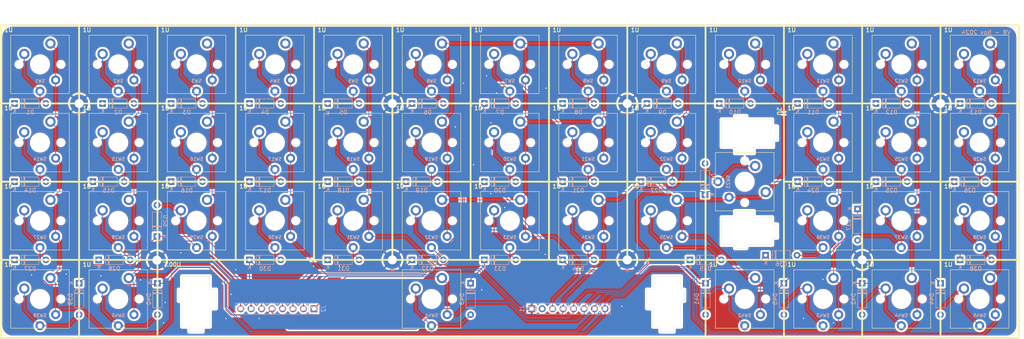
<source format=kicad_pcb>
(kicad_pcb (version 20240108) (generator "pcbnew") (generator_version "8.0")
  (layers (0 "F.Cu" signal) (31 "B.Cu" signal) (34 "B.Paste" user) (35 "F.Paste" user) (36 "B.SilkS" user "B.Silkscreen") (37 "F.SilkS" user "F.Silkscreen") (38 "B.Mask" user) (39 "F.Mask" user) (44 "Edge.Cuts" user))
  (net 0 "")
  (net 1 "Net-(D1-A)")
  (net 2 "Net-(D2-A)")
  (net 3 "Net-(D3-A)")
  (net 4 "Net-(D4-A)")
  (net 5 "Net-(D5-A)")
  (net 6 "Net-(D6-A)")
  (net 7 "Net-(D7-A)")
  (net 8 "Net-(D8-A)")
  (net 9 "Net-(D9-A)")
  (net 10 "Net-(D10-A)")
  (net 11 "Net-(D11-A)")
  (net 12 "Net-(D12-A)")
  (net 13 "Net-(D13-A)")
  (net 14 "Net-(D14-A)")
  (net 15 "Net-(D15-A)")
  (net 16 "Net-(D16-A)")
  (net 17 "Net-(D17-A)")
  (net 18 "Net-(D18-A)")
  (net 19 "Net-(D19-A)")
  (net 20 "Net-(D20-A)")
  (net 21 "Net-(D21-A)")
  (net 22 "Net-(D22-A)")
  (net 23 "Net-(D23-A)")
  (net 24 "Net-(D24-A)")
  (net 25 "Net-(D25-A)")
  (net 26 "Net-(D26-A)")
  (net 27 "Net-(D27-A)")
  (net 28 "Net-(D28-A)")
  (net 29 "Net-(D29-A)")
  (net 30 "Net-(D30-A)")
  (net 31 "Net-(D31-A)")
  (net 32 "Net-(D32-A)")
  (net 33 "Net-(D33-A)")
  (net 34 "Net-(D34-A)")
  (net 35 "Net-(D35-A)")
  (net 36 "Net-(D36-A)")
  (net 37 "Net-(D37-A)")
  (net 38 "Net-(D38-A)")
  (net 39 "Net-(D39-A)")
  (net 40 "Net-(D40-A)")
  (net 41 "Net-(D41-A)")
  (net 42 "Net-(D42-A)")
  (net 43 "Net-(D43-A)")
  (net 44 "/Col0")
  (net 45 "/Col1")
  (net 46 "/Col2")
  (net 47 "/Col3")
  (net 48 "/Col4")
  (net 49 "/Col5")
  (net 50 "/HRow7")
  (net 51 "/HRow0")
  (net 52 "GND")
  (net 53 "/HRow1")
  (net 54 "/HRow4")
  (net 55 "/HRow3")
  (net 56 "/HRow6")
  (net 57 "/HRow5")
  (net 58 "/HRow2")
  (net 60 "Net-(D45-A)")
  (net 61 "Net-(D44-A)")
  (footprint "SMAL:SW_Redragon_MX_LowProfile_PCB_1.00u" (layer "F.Cu") (at 92.625 130.625)
    (property "Reference" "SW30")
    (property "Value" "C")
  )
  (footprint "MountingHole:MountingHole_2.2mm_M2_Pad" (layer "F.Cu") (at 254.125 102.125)
    (property "Reference" "H2" (hide yes))
    (property "Value" "M2")
  )
  (footprint "SMAL:SW_Redragon_MX_LowProfile_PCB_1.00u" (layer "F.Cu") (at 73.625 130.625)
    (property "Reference" "SW29")
    (property "Value" "X")
  )
  (footprint "SMAL:SW_Redragon_MX_LowProfile_PCB_1.00u" (layer "F.Cu") (at 111.625 92.625)
    (property "Reference" "SW5")
    (property "Value" "T")
  )
  (footprint "SMAL:SW_Redragon_MX_LowProfile_PCB_1.00u" (layer "F.Cu") (at 187.625 130.625)
    (property "Reference" "SW35")
    (property "Value" "DEL")
  )
  (footprint "SMAL:SW_Redragon_MX_LowProfile_PCB_1.00u" (layer "F.Cu") (at 130.625 111.625)
    (property "Reference" "SW19")
    (property "Value" "H")
  )
  (footprint "SMAL:SW_Redragon_MX_LowProfile_PCB_1.00u" (layer "F.Cu") (at 187.625 111.625)
    (property "Reference" "SW22")
    (property "Value" "L")
  )
  (footprint "MountingHole:MountingHole_2.2mm_M2_Pad" (layer "F.Cu") (at 121.125 140.125)
    (property "Reference" "H8" (hide yes))
    (property "Value" "M2")
  )
  (footprint "SMAL:SW_Redragon_MX_LowProfile_PCB_1.00u" (layer "F.Cu") (at 111.625 111.625)
    (property "Reference" "SW18")
    (property "Value" "G")
  )
  (footprint "SMAL:SW_Redragon_MX_LowProfile_PCB_1.00u" (layer "F.Cu") (at 35.625 111.625)
    (property "Reference" "SW14")
    (property "Value" "A")
  )
  (footprint "Smal:SW_Redragon_MX_LowProfile_PCB_1.00u" (layer "F.Cu") (at 225.625 149.625)
    (property "Reference" "SW43")
    (property "Value" "Zero")
  )
  (footprint "SMAL:SW_Redragon_MX_LowProfile_PCB_1.00u" (layer "F.Cu") (at 73.625 111.625)
    (property "Reference" "SW16")
    (property "Value" "D")
  )
  (footprint "SMAL:SW_Redragon_MX_LowProfile_PCB_1.00u" (layer "F.Cu") (at 92.625 111.625)
    (property "Reference" "SW17")
    (property "Value" "F")
  )
  (footprint "SMAL:SW_Redragon_MX_LowProfile_PCB_2.00u" (layer "F.Cu") (at 206.625 121.125 -90)
    (property "Reference" "SW23")
    (property "Value" "ENTER")
  )
  (footprint "ks27_pcb_stab:ks27_7u_pcb_cherry_plate" (layer "F.Cu") (at 130.625 149.625)
    (property "Reference" "S1" (hide yes))
    (property "Value" "SpaceStab")
    (fp_line (start -61.350899 -2.29923) (end -60.52547 -2.29923) (stroke (width 0.05)) (layer "Edge.Cuts"))
    (fp_line (start -61.350899 0.49953) (end -61.350899 -2.29923) (stroke (width 0.05)) (layer "Edge.Cuts"))
    (fp_line (start -60.52547 -5.52943) (end -53.77445 -5.52943) (stroke (width 0.05)) (layer "Edge.Cuts"))
    (fp_line (start -60.52547 -2.29923) (end -60.52547 -5.52943) (stroke (width 0.05)) (layer "Edge.Cuts"))
    (fp_line (start -60.52547 0.49953) (end -61.350899 0.49953) (stroke (width 0.05)) (layer "Edge.Cuts"))
    (fp_line (start -60.52547 6.7696) (end -60.52547 0.49953) (stroke (width 0.05)) (layer "Edge.Cuts"))
    (fp_line (start -58.80017 6.7696) (end -60.52547 6.7696) (stroke (width 0.05)) (layer "Edge.Cuts"))
    (fp_line (start -58.80017 7.969869) (end -58.80017 6.7696) (stroke (width 0.05)) (layer "Edge.Cuts"))
    (fp_line (start -55.501149 6.7696) (end -55.501149 7.969869) (stroke (width 0.05)) (layer "Edge.Cuts"))
    (fp_line (start -55.501149 7.969869) (end -58.80017 7.969869) (stroke (width 0.05)) (layer "Edge.Cuts"))
    (fp_line (start -53.77445 -5.52943) (end -53.77445 -2.29923) (stroke (width 0.05)) (layer "Edge.Cuts"))
    (fp_line (start -53.77445 -2.29923) (end -52.24845 -2.29923) (stroke (width 0.05)) (layer "Edge.Cuts"))
    (fp_line (start -53.77445 2.300639) (end -53.77445 6.7696) (stroke (width 0.05)) (layer "Edge.Cuts"))
    (fp_line (start -53.77445 6.7696) (end -55.501149 6.7696) (stroke (width 0.05)) (layer "Edge.Cuts"))
    (fp_line (start -52.24845 -2.29923) (end -52.24845 2.300639) (stroke (width 0.05)) (layer "Edge.Cuts"))
    (fp_line (start -52.24845 2.300639) (end -53.77445 2.300639) (stroke (width 0.05)) (layer "Edge.Cuts"))
    (fp_line (start 52.24865 -2.29923) (end 53.77465 -2.29923) (stroke (width 0.05)) (layer "Edge.Cuts"))
    (fp_line (start 52.24865 2.300639) (end 52.24865 -2.29923) (stroke (width 0.05)) (layer "Edge.Cuts"))
    (fp_line (start 53.77465 -5.52943) (end 60.52565 -5.52943) (stroke (width 0.05)) (layer "Edge.Cuts"))
    (fp_line (start 53.77465 -2.29923) (end 53.77465 -5.52943) (stroke (width 0.05)) (layer "Edge.Cuts"))
    (fp_line (start 53.77465 2.300639) (end 52.24865 2.300639) (stroke (width 0.05)) (layer "Edge.Cuts"))
    (fp_line (start 53.77465 6.7696) (end 53.77465 2.300639) (stroke (width 0.05)) (layer "Edge.Cuts"))
    (fp_line (start 55.49965 6.7696) (end 53.77465 6.7696) (stroke (width 0.05)) (layer "Edge.Cuts"))
    (fp_line (start 55.49965 7.969869) (end 55.49965 6.7696) (stroke (width 0.05)) (layer "Edge.Cuts"))
    (fp_line (start 58.79965 6.7696) (end 58.79965 7.969869) (stroke (width 0.05)) (layer "Edge.Cuts"))
    (fp_line (start 58.79965 7.969869) (end 55.49965 7.969869) (stroke (width 0.05)) (layer "Edge.Cuts"))
    (fp_line (start 60.52565 -5.52943) (end 60.52565 -2.29923) (stroke (width 0.05)) (layer "Edge.Cuts"))
    (fp_line (start 60.52565 -2.29923) (end 61.34965 -2.29923) (stroke (width 0.05)) (layer "Edge.Cuts"))
    (fp_line (start 60.52565 0.49953) (end 60.52565 6.7696) (stroke (width 0.05)) (layer "Edge.Cuts"))
    (fp_line (start 60.52565 6.7696) (end 58.79965 6.7696) (stroke (width 0.05)) (layer "Edge.Cuts"))
    (fp_line (start 61.34965 -2.29923) (end 61.34965 0.49953) (stroke (width 0.05)) (layer "Edge.Cuts"))
    (fp_line (start 61.34965 0.49953) (end 60.52565 0.49953) (stroke (width 0.05)) (layer "Edge.Cuts"))
  )
  (footprint "MountingHole:MountingHole_2.2mm_M2_Pad" (layer "F.Cu") (at 121.125 102.125)
    (property "Reference" "H6" (hide yes))
    (property "Value" "M2")
  )
  (footprint "SMAL:SW_Redragon_MX_LowProfile_PCB_1.00u" (layer "F.Cu") (at 35.625 92.625)
    (property "Reference" "SW1")
    (property "Value" "Q")
  )
  (footprint "MountingHole:MountingHole_2.2mm_M2_Pad" (layer "F.Cu") (at 235.125 140.125)
    (property "Reference" "H5" (hide yes))
    (property "Value" "M2")
  )
  (footprint "SMAL:SW_Redragon_MX_LowProfile_PCB_1.00u" (layer "F.Cu") (at 244.625 92.625)
    (property "Reference" "SW12")
    (property "Value" "8")
  )
  (footprint "MountingHole:MountingHole_2.2mm_M2_Pad" (layer "F.Cu") (at 178.125 140.125)
    (property "Reference" "H9" (hide yes))
    (property "Value" "M2")
  )
  (footprint "SMAL:SW_Redragon_MX_LowProfile_PCB_1.00u" (layer "F.Cu") (at 130.625 92.625)
    (property "Reference" "SW6")
    (property "Value" "Y")
  )
  (footprint "SMAL:SW_Redragon_MX_LowProfile_PCB_1.00u" (layer "F.Cu") (at 149.625 130.625)
    (property "Reference" "SW33")
    (property "Value" "N")
  )
  (footprint "SMAL:SW_Redragon_MX_LowProfile_PCB_1.00u" (layer "F.Cu") (at 54.625 111.625)
    (property "Reference" "SW15")
    (property "Value" "S")
  )
  (footprint "SMAL:SW_Redragon_MX_LowProfile_PCB_1.00u" (layer "F.Cu") (at 35.625 130.625)
    (property "Reference" "SW27")
    (property "Value" "ShfL")
  )
  (footprint "SMAL:SW_Redragon_MX_LowProfile_PCB_1.00u" (layer "F.Cu") (at 206.625 149.625)
    (property "Reference" "SW42")
    (property "Value" "Fn")
  )
  (footprint "SMAL:SW_Redragon_MX_LowProfile_PCB_1.00u" (layer "F.Cu") (at 225.625 111.625)
    (property "Reference" "SW24")
    (property "Value" "4")
  )
  (footprint "SMAL:SW_Redragon_MX_LowProfile_PCB_1.00u" (layer "F.Cu") (at 149.625 92.625)
    (property "Reference" "SW7")
    (property "Value" "U")
  )
  (footprint "SMAL:SW_Redragon_MX_LowProfile_PCB_1.00u" (layer "F.Cu") (at 54.625 149.625)
    (property "Reference" "SW40")
    (property "Value" "Alt")
  )
  (footprint "SMAL:SW_Redragon_MX_LowProfile_PCB_1.00u" (layer "F.Cu") (at 35.625 149.625)
    (property "Reference" "SW39")
    (property "Value" "Ctrl")
  )
  (footprint "SMAL:SW_Redragon_MX_LowProfile_PCB_1.00u" (layer "F.Cu") (at 263.625 92.625)
    (property "Reference" "SW13")
    (property "Value" "9")
  )
  (footprint "SMAL:SW_Redragon_MX_LowProfile_PCB_1.00u" (layer "F.Cu") (at 168.625 92.625)
    (property "Reference" "SW8")
    (property "Value" "I")
  )
  (footprint "SMAL:SW_Redragon_MX_LowProfile_PCB_1.00u" (layer "F.Cu") (at 130.625 130.625)
    (property "Reference" "SW32")
    (property "Value" "B")
  )
  (footprint "SMAL:SW_Redragon_MX_LowProfile_PCB_1.00u" (layer "F.Cu") (at 244.625 111.625)
    (property "Reference" "SW25")
    (property "Value" "5")
  )
  (footprint "SMAL:SW_Redragon_MX_LowProfile_PCB_1.00u" (layer "F.Cu") (at 244.625 130.625)
    (property "Reference" "SW37")
    (property "Value" "2")
  )
  (footprint "SMAL:SW_Redragon_MX_LowProfile_PCB_1.00u" (layer "F.Cu") (at 168.625 111.625)
    (property "Reference" "SW21")
    (property "Value" "K")
  )
  (footprint "SMAL:SW_Redragon_MX_LowProfile_PCB_1.00u" (layer "F.Cu") (at 206.625 92.625)
    (property "Reference" "SW10")
    (property "Value" "P")
  )
  (footprint "SMAL:SW_Redragon_MX_LowProfile_PCB_1.00u" (layer "F.Cu") (at 225.625 92.625)
    (property "Reference" "SW11")
    (property "Value" "7")
  )
  (footprint "SMAL:SW_Redragon_MX_LowProfile_PCB_1.00u" (layer "F.Cu") (at 149.625 111.625)
    (property "Reference" "SW20")
    (property "Value" "J")
  )
  (footprint "SMAL:SW_Redragon_MX_LowProfile_PCB_1.00u" (layer "F.Cu") (at 168.625 130.625)
    (property "Reference" "SW34")
    (property "Value" "M")
  )
  (footprint "SMAL:SW_Redragon_MX_LowProfile_PCB_1.00u" (layer "F.Cu") (at 73.625 92.625)
    (property "Reference" "SW3")
    (property "Value" "E")
  )
  (footprint "SMAL:SW_Redragon_MX_LowProfile_PCB_1.00u" (layer "F.Cu") (at 225.625 130.625)
    (property "Reference" "SW36")
    (property "Value" "1")
  )
  (footprint "SMAL:SW_Redragon_MX_LowProfile_PCB_1.00u" (layer "F.Cu") (at 92.625 92.625)
    (property "Reference" "SW4")
    (property "Value" "R")
  )
  (footprint "MountingHole:MountingHole_2.2mm_M2_Pad" (layer "F.Cu") (at 45.125 102.125)
    (property "Reference" "H3" (hide yes))
    (property "Value" "M2")
  )
  (footprint "Smal:SW_Redragon_MX_LowProfile_PCB_1.00u" (layer "F.Cu") (at 263.625 149.625)
    (property "Reference" "SW45")
    (property "Value" "NumLock")
  )
  (footprint "SMAL:SW_Redragon_MX_LowProfile_PCB_1.00u" (layer "F.Cu") (at 111.625 130.625)
    (property "Reference" "SW31")
    (property "Value" "V")
  )
  (footprint "SMAL:SW_Redragon_MX_LowProfile_PCB_1.00u" (layer "F.Cu") (at 263.625 111.625)
    (property "Reference" "SW26")
    (property "Value" "6")
  )
  (footprint "MountingHole:MountingHole_2.2mm_M2_Pad" (layer "F.Cu") (at 178.125 102.125)
    (property "Reference" "H7" (hide yes))
    (property "Value" "M2")
  )
  (footprint "SMAL:SW_Redragon_MX_LowProfile_PCB_7.00u" (layer "F.Cu") (at 130.625 149.625)
    (property "Reference" "SW41")
    (property "Value" "Space")
  )
  (footprint "ks27_pcb_stab:ks27_2u_pcb_cherry_plate_stab" (layer "F.Cu") (at 206.625 121.125 90)
    (property "Reference" "S2" (hide yes))
    (property "Value" "EnterStab")
    (fp_line (start 15.1693 -5.612699) (end 15.1693 -2.382599) (stroke (width 0.05)) (layer "Edge.Cuts"))
    (fp_line (start 8.4196 -5.612699) (end 15.1693 -5.612699) (stroke (width 0.05)) (layer "Edge.Cuts"))
    (fp_line (start -8.6308 -5.612699) (end -8.6308 -2.382599) (stroke (width 0.05)) (layer "Edge.Cuts"))
    (fp_line (start -15.38045 -5.612699) (end -8.6308 -5.612699) (stroke (width 0.05)) (layer "Edge.Cuts"))
    (fp_line (start 15.9947 -2.382599) (end 15.9947 0.416301) (stroke (width 0.05)) (layer "Edge.Cuts"))
    (fp_line (start 15.1693 -2.382599) (end 15.9947 -2.382599) (stroke (width 0.05)) (layer "Edge.Cuts"))
    (fp_line (start 8.4196 -2.382599) (end 8.4196 -5.612699) (stroke (width 0.05)) (layer "Edge.Cuts"))
    (fp_line (start 6.8941 -2.382599) (end 8.4196 -2.382599) (stroke (width 0.05)) (layer "Edge.Cuts"))
    (fp_line (start -7.1053 -2.382599) (end -7.1053 2.217201) (stroke (width 0.05)) (layer "Edge.Cuts"))
    (fp_line (start -8.6308 -2.382599) (end -7.1053 -2.382599) (stroke (width 0.05)) (layer "Edge.Cuts"))
    (fp_line (start -15.38045 -2.382599) (end -15.38045 -5.612699) (stroke (width 0.05)) (layer "Edge.Cuts"))
    (fp_line (start -16.20591 -2.382599) (end -15.38045 -2.382599) (stroke (width 0.05)) (layer "Edge.Cuts"))
    (fp_line (start 15.9947 0.416301) (end 15.1693 0.416301) (stroke (width 0.05)) (layer "Edge.Cuts"))
    (fp_line (start 15.1693 0.416301) (end 15.1693 6.686201) (stroke (width 0.05)) (layer "Edge.Cuts"))
    (fp_line (start -15.38045 0.416301) (end -16.20591 0.416301) (stroke (width 0.05)) (layer "Edge.Cuts"))
    (fp_line (start -16.20591 0.416301) (end -16.20591 -2.382599) (stroke (width 0.05)) (layer "Edge.Cuts"))
    (fp_line (start 8.4196 2.217201) (end 6.8941 2.217201) (stroke (width 0.05)) (layer "Edge.Cuts"))
    (fp_line (start 6.8941 2.217201) (end 6.8941 -2.382599) (stroke (width 0.05)) (layer "Edge.Cuts"))
    (fp_line (start -7.1053 2.217201) (end -8.6308 2.217201) (stroke (width 0.05)) (layer "Edge.Cuts"))
    (fp_line (start -8.6308 2.217201) (end -8.6308 6.686201) (stroke (width 0.05)) (layer "Edge.Cuts"))
    (fp_line (start 15.1693 6.686201) (end 13.444 6.686201) (stroke (width 0.05)) (layer "Edge.Cuts"))
    (fp_line (start 13.444 6.686201) (end 13.444 7.886401) (stroke (width 0.05)) (layer "Edge.Cuts"))
    (fp_line (start -8.6308 6.686201) (end -10.35615 6.686201) (stroke (width 0.05)) (layer "Edge.Cuts"))
    (fp_line (start -10.35615 6.686201) (end -10.35615 7.886401) (stroke (width 0.05)) (layer "Edge.Cuts"))
    (fp_line (start -13.65516 6.686201) (end -15.38045 6.686201) (stroke (width 0.05)) (layer "Edge.Cuts"))
    (fp_line (start -15.38045 6.686201) (end -15.38045 0.416301) (stroke (width 0.05)) (layer "Edge.Cuts"))
    (fp_line (start 8.4196 6.916201) (end 8.4196 2.217201) (stroke (width 0.05)) (layer "Edge.Cuts"))
    (fp_line (start 10.1449 6.928107) (end 8.4196 6.916201) (stroke (width 0.05)) (layer "Edge.Cuts"))
    (fp_line (start 13.444 7.886401) (end 10.1449 7.886401) (stroke (width 0.05)) (layer "Edge.Cuts"))
    (fp_line (start 10.1449 7.886401) (end 10.1449 6.928107) (stroke (width 0.05)) (layer "Edge.Cuts"))
    (fp_line (start -10.35615 7.886401) (end -13.65516 7.886401) (stroke (width 0.05)) (layer "Edge.Cuts"))
    (fp_line (start -13.65516 7.886401) (end -13.65516 6.686201) (stroke (width 0.05)) (layer "Edge.Cuts"))
  )
  (footprint "SMAL:SW_Redragon_MX_LowProfile_PCB_1.00u" (layer "F.Cu") (at 54.625 130.625)
    (property "Reference" "SW28")
    (property "Value" "Z")
  )
  (footprint "SMAL:SW_Redragon_MX_LowProfile_PCB_1.00u" (layer "F.Cu") (at 263.625 130.625)
    (property "Reference" "SW38")
    (property "Value" "3")
  )
  (footprint "MountingHole:MountingHole_2.2mm_M2_Pad" (layer "F.Cu") (at 64 140.21)
    (property "Reference" "H4" (hide yes))
    (property "Value" "M2")
  )
  (footprint "SMAL:SW_Redragon_MX_LowProfile_PCB_1.00u" (layer "F.Cu") (at 54.625 92.625)
    (property "Reference" "SW2")
    (property "Value" "W")
  )
  (footprint "SMAL:SW_Redragon_MX_LowProfile_PCB_1.00u" (layer "F.Cu") (at 187.625 92.625)
    (property "Reference" "SW9")
    (property "Value" "O")
  )
  (footprint "Smal:SW_Redragon_MX_LowProfile_PCB_1.00u" (layer "F.Cu") (at 244.625 149.625)
    (property "Reference" "SW44")
    (property "Value" "Dot")
  )
  (footprint "Diode_THT:D_DO-35_SOD27_P7.62mm_Horizontal" (layer "B.Cu") (at 193.315 140.125)
    (property "Reference" "D35")
    (property "Value" "1N4148")
  )
  (footprint "Diode_THT:D_DO-35_SOD27_P7.62mm_Horizontal" (layer "B.Cu") (at 86.44 102.125)
    (property "Reference" "D4")
    (property "Value" "1N4148")
  )
  (footprint "Diode_THT:D_DO-35_SOD27_P7.62mm_Horizontal" (layer "B.Cu") (at 67.44 121.125)
    (property "Reference" "D16")
    (property "Value" "1N4148")
  )
  (footprint "Diode_THT:D_DO-35_SOD27_P7.62mm_Horizontal" (layer "B.Cu") (at 50.815 102.125)
    (property "Reference" "D2")
    (property "Value" "1N4148")
  )
  (footprint "Diode_THT:D_DO-35_SOD27_P7.62mm_Horizontal" (layer "B.Cu") (at 105.44 121.125)
    (property "Reference" "D18")
    (property "Value" "1N4148")
  )
  (footprint "Diode_THT:D_DO-35_SOD27_P7.62mm_Horizontal" (layer "B.Cu") (at 234 127.755 -90)
    (property "Reference" "D37")
    (property "Value" "1N4148")
  )
  (footprint "Diode_THT:D_DO-35_SOD27_P7.62mm_Horizontal" (layer "B.Cu") (at 140.125 145.815 -90)
    (property "Reference" "D43")
    (property "Value" "1N4148")
  )
  (footprint "Connector_PinHeader_2.54mm:PinHeader_1x08_P2.54mm_Vertical" (layer "B.Cu") (at 154.94 152 -90)
    (property "Reference" "J1")
    (property "Value" "Conn_01x08_Pin")
  )
  (footprint "Diode_THT:D_DO-35_SOD27_P7.62mm_Horizontal" (layer "B.Cu") (at 105.44 140.125)
    (property "Reference" "D31")
    (property "Value" "1N4148")
  )
  (footprint "Diode_THT:D_DO-35_SOD27_P7.62mm_Horizontal" (layer "B.Cu") (at 125.875 102.125)
    (property "Reference" "D6")
    (property "Value" "1N4148")
  )
  (footprint "Diode_THT:D_DO-35_SOD27_P7.62mm_Horizontal" (layer "B.Cu") (at 238.44 121.125)
    (property "Reference" "D25")
    (property "Value" "1N4148")
  )
  (footprint "Diode_THT:D_DO-35_SOD27_P7.62mm_Horizontal" (layer "B.Cu") (at 143.44 121.125)
    (property "Reference" "D20")
    (property "Value" "1N4148")
  )
  (footprint "Diode_THT:D_DO-35_SOD27_P7.62mm_Horizontal" (layer "B.Cu") (at 182.875 102.125)
    (property "Reference" "D9")
    (property "Value" "1N4148")
  )
  (footprint "Diode_THT:D_DO-35_SOD27_P7.62mm_Horizontal" (layer "B.Cu") (at 258.875 140.125)
    (property "Reference" "D38")
    (property "Value" "1N4148")
  )
  (footprint "Diode_THT:D_DO-35_SOD27_P7.62mm_Horizontal" (layer "B.Cu") (at 29.44 102.125)
    (property "Reference" "D1")
    (property "Value" "1N4148")
  )
  (footprint "Diode_THT:D_DO-35_SOD27_P7.62mm_Horizontal" (layer "B.Cu") (at 219.44 102.125)
    (property "Reference" "D11")
    (property "Value" "1N4148")
  )
  (footprint "Diode_THT:D_DO-35_SOD27_P7.62mm_Horizontal" (layer "B.Cu") (at 258.875 102.125)
    (property "Reference" "D13")
    (property "Value" "1N4148")
  )
  (footprint "Diode_THT:D_DO-35_SOD27_P7.62mm_Horizontal" (layer "B.Cu") (at 211.69 139)
    (property "Reference" "D36")
    (property "Value" "1N4148")
  )
  (footprint "Diode_THT:D_DO-35_SOD27_P7.62mm_Horizontal" (layer "B.Cu") (at 257.44 121.125)
    (property "Reference" "D26")
    (property "Value" "1N4148")
  )
  (footprint "Diode_THT:D_DO-35_SOD27_P7.62mm_Horizontal" (layer "B.Cu") (at 197 124.31 90)
    (property "Reference" "D23")
    (property "Value" "1N4148")
  )
  (footprint "Diode_THT:D_DO-35_SOD27_P7.62mm_Horizontal" (layer "B.Cu") (at 162.44 102.125)
    (property "Reference" "D8")
    (property "Value" "1N4148")
  )
  (footprint "Diode_THT:D_DO-35_SOD27_P7.62mm_Horizontal" (layer "B.Cu") (at 86.44 140.125)
    (property "Reference" "D30")
    (property "Value" "1N4148")
  )
  (footprint "Diode_THT:D_DO-35_SOD27_P7.62mm_Horizontal" (layer "B.Cu") (at 143.44 102.125)
    (property "Reference" "D7")
    (property "Value" "1N4148")
  )
  (footprint "Diode_THT:D_DO-35_SOD27_P7.62mm_Horizontal" (layer "B.Cu") (at 235.125 145.815 -90)
    (property "Reference" "D42")
    (property "Value" "1N4148")
  )
  (footprint "Diode_THT:D_DO-35_SOD27_P7.62mm_Horizontal" (layer "B.Cu") (at 216.125 145.815 -90)
    (property "Reference" "D45")
    (property "Value" "1N4148")
  )
  (footprint "Diode_THT:D_DO-35_SOD27_P7.62mm_Horizontal" (layer "B.Cu") (at 181.44 121.125)
    (property "Reference" "D22")
    (property "Value" "1N4148")
  )
  (footprint "Diode_THT:D_DO-35_SOD27_P7.62mm_Horizontal" (layer "B.Cu") (at 29.44 121.125)
    (property "Reference" "D14")
    (property "Value" "1N4148")
  )
  (footprint "Diode_THT:D_DO-35_SOD27_P7.62mm_Horizontal" (layer "B.Cu") (at 143.44 140.125)
    (property "Reference" "D33")
    (property "Value" "1N4148")
  )
  (footprint "Diode_THT:D_DO-35_SOD27_P7.62mm_Horizontal" (layer "B.Cu") (at 162.44 140.125)
    (property "Reference" "D34")
    (property "Value" "1N4148")
  )
  (footprint "Diode_THT:D_DO-35_SOD27_P7.62mm_Horizontal" (layer "B.Cu") (at 254.125 145.815 -90)
    (property "Reference" "D44")
    (property "Value" "1N4148")
  )
  (footprint "Diode_THT:D_DO-35_SOD27_P7.62mm_Horizontal" (layer "B.Cu") (at 49.875 140.125)
    (property "Reference" "D28")
    (property "Value" "1N4148")
  )
  (footprint "Diode_THT:D_DO-35_SOD27_P7.62mm_Horizontal" (layer "B.Cu") (at 197.125 145.815 -90)
    (property "Reference" "D41")
    (property "Value" "1N4148")
  )
  (footprint "Diode_THT:D_DO-35_SOD27_P7.62mm_Horizontal" (layer "B.Cu") (at 238.44 102.125)
    (property "Reference" "D12")
    (property "Value" "1N4148")
  )
  (footprint "Diode_THT:D_DO-35_SOD27_P7.62mm_Horizontal" (layer "B.Cu") (at 29.44 140.125)
    (property "Reference" "D27")
    (property "Value" "1N4148")
  )
  (footprint "Diode_THT:D_DO-35_SOD27_P7.62mm_Horizontal" (layer "B.Cu") (at 105.44 102.125)
    (property "Reference" "D5")
    (property "Value" "1N4148")
  )
  (footprint "Diode_THT:D_DO-35_SOD27_P7.62mm_Horizontal" (layer "B.Cu") (at 64.125 145.815 -90)
    (property "Reference" "D40")
    (property "Value" "1N4148")
  )
  (footprint "Diode_THT:D_DO-35_SOD27_P7.62mm_Horizontal" (layer "B.Cu") (at 124.44 121.125)
    (property "Reference" "D19")
    (property "Value" "1N4148")
  )
  (footprint "Diode_THT:D_DO-35_SOD27_P7.62mm_Horizontal" (layer "B.Cu") (at 86.44 121.125)
    (property "Reference" "D17")
    (property "Value" "1N4148")
  )
  (footprint "Diode_THT:D_DO-35_SOD27_P7.62mm_Horizontal" (layer "B.Cu") (at 45.125 145.815 -90)
    (property "Reference" "D39")
    (property "Value" "1N4148")
  )
  (footprint "Diode_THT:D_DO-35_SOD27_P7.62mm_Horizontal" (layer "B.Cu") (at 162.44 121.125)
    (property "Reference" "D21")
    (property "Value" "1N4148")
  )
  (footprint "Diode_THT:D_DO-35_SOD27_P7.62mm_Horizontal" (layer "B.Cu") (at 200.44 102.125)
    (property "Reference" "D10")
    (property "Value" "1N4148")
  )
  (footprint "Connector_PinHeader_2.54mm:PinHeader_1x08_P2.54mm_Vertical" (layer "B.Cu") (at 102.108 152 90)
    (property "Reference" "J2")
    (property "Value" "Conn_01x08_Pin")
  )
  (footprint "Diode_THT:D_DO-35_SOD27_P7.62mm_Horizontal" (layer "B.Cu") (at 64 134.435 90)
    (property "Reference" "D29")
    (property "Value" "1N4148")
  )
  (footprint "Diode_THT:D_DO-35_SOD27_P7.62mm_Horizontal" (layer "B.Cu") (at 219.44 121.125)
    (property "Reference" "D24")
    (property "Value" "1N4148")
  )
  (footprint "Diode_THT:D_DO-35_SOD27_P7.62mm_Horizontal" (layer "B.Cu") (at 48.44 121.125)
    (property "Reference" "D15")
    (property "Value" "1N4148")
  )
  (footprint "Diode_THT:D_DO-35_SOD27_P7.62mm_Horizontal" (layer "B.Cu") (at 125.875 140.125)
    (property "Reference" "D32")
    (property "Value" "1N4148")
  )
  (footprint "Diode_THT:D_DO-35_SOD27_P7.62mm_Horizontal" (layer "B.Cu") (at 67.44 102.125)
    (property "Reference" "D3")
    (property "Value" "1N4148")
  )
  (gr_arc (start 273 156) (mid 272.12132 158.12132) (end 270 159) (stroke (width 0.05)) (layer "Edge.Cuts"))
  (gr_line (start 29 159) (end 270 159) (stroke (width 0.05)) (layer "Edge.Cuts"))
  (gr_arc (start 29 159) (mid 26.87868 158.12132) (end 26 156) (stroke (width 0.05)) (layer "Edge.Cuts"))
  (gr_arc (start 270 83) (mid 272.12132 83.87868) (end 273 86) (stroke (width 0.05)) (layer "Edge.Cuts"))
  (gr_arc (start 26 86) (mid 26.87868 83.87868) (end 29 83) (stroke (width 0.05)) (layer "Edge.Cuts"))
  (gr_line (start 270 83) (end 29 83) (stroke (width 0.05)) (layer "Edge.Cuts"))
  (gr_line (start 26 86) (end 26 156) (stroke (width 0.05)) (layer "Edge.Cuts"))
  (gr_line (start 273 156) (end 273 86) (stroke (width 0.05)) (layer "Edge.Cuts"))
  (gr_text "R2" (at 89.408 151.384 0) (layer "B.SilkS") (effects (font (size 1 0.8) (thickness 0.2) (bold yes)) (justify top mirror)))
  (gr_text "C4" (at 162.54 151.384 0) (layer "B.SilkS") (effects (font (size 1 0.8) (thickness 0.2) (bold yes)) (justify top mirror)))
  (gr_text "C3" (at 165.08 151.384 0) (layer "B.SilkS") (effects (font (size 1 0.8) (thickness 0.2) (bold yes)) (justify top mirror)))
  (gr_text "R6" (at 99.568 151.384 0) (layer "B.SilkS") (effects (font (size 1 0.8) (thickness 0.2) (bold yes)) (justify top mirror)))
  (gr_text "R1" (at 86.868 151.384 0) (layer "B.SilkS") (effects (font (size 1 0.8) (thickness 0.2) (bold yes)) (justify top mirror)))
  (gr_text "R4" (at 94.488 151.384 0) (layer "B.SilkS") (effects (font (size 1 0.8) (thickness 0.2) (bold yes)) (justify top mirror)))
  (gr_text "GND" (at 155 151.384 0) (layer "B.SilkS") (effects (font (size 1 0.8) (thickness 0.2) (bold yes)) (justify top mirror)))
  (gr_text "C0" (at 172.5 151.384 0) (layer "B.SilkS") (effects (font (size 1 0.8) (thickness 0.2) (bold yes)) (justify top mirror)))
  (gr_text "R0" (at 84.328 151.384 0) (layer "B.SilkS") (effects (font (size 1 0.8) (thickness 0.2) (bold yes)) (justify top mirror)))
  (gr_text "VB - Nov 2024" (at 265.176 84.836 0) (layer "B.SilkS") (effects (font (size 1 1)) (justify mirror)))
  (gr_text "C2" (at 167.62 151.384 0) (layer "B.SilkS") (effects (font (size 1 0.8) (thickness 0.2) (bold yes)) (justify top mirror)))
  (gr_text "R7" (at 102.108 151.384 0) (layer "B.SilkS") (effects (font (size 1 0.8) (thickness 0.2) (bold yes)) (justify top mirror)))
  (gr_text "R3" (at 91.948 151.384 0) (layer "B.SilkS") (effects (font (size 1 0.8) (thickness 0.2) (bold yes)) (justify top mirror)))
  (gr_text "R5" (at 97.028 151.384 0) (layer "B.SilkS") (effects (font (size 1 0.8) (thickness 0.2) (bold yes)) (justify top mirror)))
  (gr_text "C1" (at 170.16 151.384 0) (layer "B.SilkS") (effects (font (size 1 0.8) (thickness 0.2) (bold yes)) (justify top mirror)))
  (gr_text "C5" (at 160 151.384 0) (layer "B.SilkS") (effects (font (size 1 0.8) (thickness 0.2) (bold yes)) (justify top mirror)))
  (segment (start 35.625 99.125) (end 35.625 100.69) (width 0.2) (layer "B.Cu") (net 1))
  (segment (start 31.815 90.085) (end 31.815 95.315) (width 0.2) (layer "B.Cu") (net 1))
  (segment (start 35.625 100.69) (end 37.06 102.125) (width 0.2) (layer "B.Cu") (net 1))
  (segment (start 31.815 95.315) (end 35.625 99.125) (width 0.2) (layer "B.Cu") (net 1))
  (segment (start 58.435 102.125) (end 55.435 99.125) (width 0.2) (layer "B.Cu") (net 2))
  (segment (start 50.815 95.315) (end 54.625 99.125) (width 0.2) (layer "B.Cu") (net 2))
  (segment (start 50.815 90.085) (end 50.815 95.315) (width 0.2) (layer "B.Cu") (net 2))
  (segment (start 55.435 99.125) (end 54.625 99.125) (width 0.2) (layer "B.Cu") (net 2))
  (segment (start 69.815 90.085) (end 69.815 95.315) (width 0.2) (layer "B.Cu") (net 3))
  (segment (start 73.625 99.125) (end 73.625 100.69) (width 0.2) (layer "B.Cu") (net 3))
  (segment (start 73.625 100.69) (end 75.06 102.125) (width 0.2) (layer "B.Cu") (net 3))
  (segment (start 69.815 95.315) (end 73.625 99.125) (width 0.2) (layer "B.Cu") (net 3))
  (segment (start 88.815 95.315) (end 92.625 99.125) (width 0.2) (layer "B.Cu") (net 4))
  (segment (start 88.815 90.085) (end 88.815 95.315) (width 0.2) (layer "B.Cu") (net 4))
  (segment (start 92.625 99.125) (end 92.625 100.69) (width 0.2) (layer "B.Cu") (net 4))
  (segment (start 92.625 100.69) (end 94.06 102.125) (width 0.2) (layer "B.Cu") (net 4))
  (segment (start 107.815 90.085) (end 107.815 95.315) (width 0.2) (layer "B.Cu") (net 5))
  (segment (start 107.815 95.315) (end 111.625 99.125) (width 0.2) (layer "B.Cu") (net 5))
  (segment (start 111.625 100.69) (end 113.06 102.125) (width 0.2) (layer "B.Cu") (net 5))
  (segment (start 111.625 99.125) (end 111.625 100.69) (width 0.2) (layer "B.Cu") (net 5))
  (segment (start 126.815 90.085) (end 126.815 95.315) (width 0.2) (layer "B.Cu") (net 6))
  (segment (start 133.495 101.995) (end 133.495 102.125) (width 0.2) (layer "B.Cu") (net 6))
  (segment (start 126.815 95.315) (end 130.625 99.125) (width 0.2) (layer "B.Cu") (net 6))
  (segment (start 130.625 99.125) (end 133.495 101.995) (width 0.2) (layer "B.Cu") (net 6))
  (segment (start 149.625 99.125) (end 149.625 100.69) (width 0.2) (layer "B.Cu") (net 7))
  (segment (start 145.815 90.085) (end 145.815 95.315) (width 0.2) (layer "B.Cu") (net 7))
  (segment (start 145.815 95.315) (end 149.625 99.125) (width 0.2) (layer "B.Cu") (net 7))
  (segment (start 149.625 100.69) (end 151.06 102.125) (width 0.2) (layer "B.Cu") (net 7))
  (segment (start 164.815 95.315) (end 168.625 99.125) (width 0.2) (layer "B.Cu") (net 8))
  (segment (start 168.625 100.69) (end 170.06 102.125) (width 0.2) (layer "B.Cu") (net 8))
  (segment (start 168.625 99.125) (end 168.625 100.69) (width 0.2) (layer "B.Cu") (net 8))
  (segment (start 164.815 90.085) (end 164.815 95.315) (width 0.2) (layer "B.Cu") (net 8))
  (segment (start 187.625 99.125) (end 190.495 101.995) (width 0.2) (layer "B.Cu") (net 9))
  (segment (start 190.495 101.995) (end 190.495 102.125) (width 0.2) (layer "B.Cu") (net 9))
  (segment (start 183.815 95.315) (end 187.625 99.125) (width 0.2) (layer "B.Cu") (net 9))
  (segment (start 183.815 90.085) (end 183.815 95.315) (width 0.2) (layer "B.Cu") (net 9))
  (segment (start 206.625 100.69) (end 208.06 102.125) (width 0.2) (layer "B.Cu") (net 10))
  (segment (start 202.815 90.085) (end 202.815 95.315) (width 0.2) (layer "B.Cu") (net 10))
  (segment (start 202.815 95.315) (end 206.625 99.125) (width 0.2) (layer "B.Cu") (net 10))
  (segment (start 206.625 99.125) (end 206.625 100.69) (width 0.2) (layer "B.Cu") (net 10))
  (segment (start 221.815 90.085) (end 221.815 95.315) (width 0.2) (layer "B.Cu") (net 11))
  (segment (start 221.815 95.315) (end 225.625 99.125) (width 0.2) (layer "B.Cu") (net 11))
  (segment (start 225.625 100.69) (end 227.06 102.125) (width 0.2) (layer "B.Cu") (net 11))
  (segment (start 225.625 99.125) (end 225.625 100.69) (width 0.2) (layer "B.Cu") (net 11))
  (segment (start 244.625 100.69) (end 246.06 102.125) (width 0.2) (layer "B.Cu") (net 12))
  (segment (start 240.815 90.085) (end 240.815 95.315) (width 0.2) (layer "B.Cu") (net 12))
  (segment (start 240.815 95.315) (end 244.625 99.125) (width 0.2) (layer "B.Cu") (net 12))
  (segment (start 244.625 99.125) (end 244.625 100.69) (width 0.2) (layer "B.Cu") (net 12))
  (segment (start 266.495 101.995) (end 266.495 102.125) (width 0.2) (layer "B.Cu") (net 13))
  (segment (start 263.625 99.125) (end 266.495 101.995) (width 0.2) (layer "B.Cu") (net 13))
  (segment (start 259.815 95.315) (end 263.625 99.125) (width 0.2) (layer "B.Cu") (net 13))
  (segment (start 259.815 90.085) (end 259.815 95.315) (width 0.2) (layer "B.Cu") (net 13))
  (segment (start 31.815 114.315) (end 35.625 118.125) (width 0.2) (layer "B.Cu") (net 14))
  (segment (start 35.625 119.69) (end 37.06 121.125) (width 0.2) (layer "B.Cu") (net 14))
  (segment (start 35.625 118.125) (end 35.625 119.69) (width 0.2) (layer "B.Cu") (net 14))
  (segment (start 31.815 109.085) (end 31.815 114.315) (width 0.2) (layer "B.Cu") (net 14))
  (segment (start 56.06 121.125) (end 56.06 119.56) (width 0.2) (layer "B.Cu") (net 15))
  (segment (start 50.815 109.085) (end 50.815 114.315) (width 0.2) (layer "B.Cu") (net 15))
  (segment (start 50.815 114.315) (end 54.625 118.125) (width 0.2) (layer "B.Cu") (net 15))
  (segment (start 56.06 119.56) (end 54.625 118.125) (width 0.2) (layer "B.Cu") (net 15))
  (segment (start 73.625 118.125) (end 73.625 119.69) (width 0.2) (layer "B.Cu") (net 16))
  (segment (start 69.815 109.085) (end 69.815 114.315) (width 0.2) (layer "B.Cu") (net 16))
  (segment (start 69.815 114.315) (end 73.625 118.125) (width 0.2) (layer "B.Cu") (net 16))
  (segment (start 73.625 119.69) (end 75.06 121.125) (width 0.2) (layer "B.Cu") (net 16))
  (segment (start 92.625 119.69) (end 94.06 121.125) (width 0.2) (layer "B.Cu") (net 17))
  (segment (start 92.625 118.125) (end 92.625 119.69) (width 0.2) (layer "B.Cu") (net 17))
  (segment (start 88.815 114.315) (end 92.625 118.125) (width 0.2) (layer "B.Cu") (net 17))
  (segment (start 88.815 109.085) (end 88.815 114.315) (width 0.2) (layer "B.Cu") (net 17))
  (segment (start 107.815 114.315) (end 111.625 118.125) (width 0.2) (layer "B.Cu") (net 18))
  (segment (start 107.815 109.085) (end 107.815 114.315) (width 0.2) (layer "B.Cu") (net 18))
  (segment (start 111.625 119.69) (end 113.06 121.125) (width 0.2) (layer "B.Cu") (net 18))
  (segment (start 111.625 118.125) (end 111.625 119.69) (width 0.2) (layer "B.Cu") (net 18))
  (segment (start 126.815 114.315) (end 130.625 118.125) (width 0.2) (layer "B.Cu") (net 19))
  (segment (start 126.815 109.085) (end 126.815 114.315) (width 0.2) (layer "B.Cu") (net 19))
  (segment (start 130.625 119.69) (end 132.06 121.125) (width 0.2) (layer "B.Cu") (net 19))
  (segment (start 130.625 118.125) (end 130.625 119.69) (width 0.2) (layer "B.Cu") (net 19))
  (segment (start 149.625 119.69) (end 151.06 121.125) (width 0.2) (layer "B.Cu") (net 20))
  (segment (start 145.815 114.315) (end 149.625 118.125) (width 0.2) (layer "B.Cu") (net 20))
  (segment (start 149.625 118.125) (end 149.625 119.69) (width 0.2) (layer "B.Cu") (net 20))
  (segment (start 145.815 109.085) (end 145.815 114.315) (width 0.2) (layer "B.Cu") (net 20))
  (segment (start 164.815 114.315) (end 168.625 118.125) (width 0.2) (layer "B.Cu") (net 21))
  (segment (start 168.625 119.69) (end 170.06 121.125) (width 0.2) (layer "B.Cu") (net 21))
  (segment (start 164.815 109.085) (end 164.815 114.315) (width 0.2) (layer "B.Cu") (net 21))
  (segment (start 168.625 118.125) (end 168.625 119.69) (width 0.2) (layer "B.Cu") (net 21))
  (segment (start 183.815 109.085) (end 183.815 114.315) (width 0.2) (layer "B.Cu") (net 22))
  (segment (start 183.815 114.315) (end 187.625 118.125) (width 0.2) (layer "B.Cu") (net 22))
  (segment (start 189.06 121.125) (end 189.06 119.56) (width 0.2) (layer "B.Cu") (net 22))
  (segment (start 189.06 119.56) (end 187.625 118.125) (width 0.2) (layer "B.Cu") (net 22))
  (segment (start 203.935 117.315) (end 209.165 117.315) (width 0.2) (layer "B.Cu") (net 23))
  (segment (start 197 116.69) (end 197 118) (width 0.2) (layer "B.Cu") (net 23))
  (segment (start 197 118) (end 200.125 121.125) (width 0.2) (layer "B.Cu") (net 23))
  (segment (start 200.125 121.125) (end 203.935 117.315) (width 0.2) (layer "B.Cu") (net 23))
  (segment (start 221.815 109.085) (end 221.815 114.315) (width 0.2) (layer "B.Cu") (net 24))
  (segment (start 221.815 114.315) (end 225.625 118.125) (width 0.2) (layer "B.Cu") (net 24))
  (segment (start 225.625 119.69) (end 227.06 121.125) (width 0.2) (layer "B.Cu") (net 24))
  (segment (start 225.625 118.125) (end 225.625 119.69) (width 0.2) (layer "B.Cu") (net 24))
  (segment (start 240.815 114.315) (end 244.625 118.125) (width 0.2) (layer "B.Cu") (net 25))
  (segment (start 240.815 109.085) (end 240.815 114.315) (width 0.2) (layer "B.Cu") (net 25))
  (segment (start 244.625 119.69) (end 246.06 121.125) (width 0.2) (layer "B.Cu") (net 25))
  (segment (start 244.625 118.125) (end 244.625 119.69) (width 0.2) (layer "B.Cu") (net 25))
  (segment (start 259.815 109.085) (end 259.815 114.315) (width 0.2) (layer "B.Cu") (net 26))
  (segment (start 263.625 118.125) (end 263.625 119.69) (width 0.2) (layer "B.Cu") (net 26))
  (segment (start 263.625 119.69) (end 265.06 121.125) (width 0.2) (layer "B.Cu") (net 26))
  (segment (start 259.815 114.315) (end 263.625 118.125) (width 0.2) (layer "B.Cu") (net 26))
  (segment (start 35.625 137.125) (end 35.625 138.69) (width 0.2) (layer "B.Cu") (net 27))
  (segment (start 31.815 133.315) (end 35.625 137.125) (width 0.2) (layer "B.Cu") (net 27))
  (segment (start 31.815 128.085) (end 31.815 133.315) (width 0.2) (layer "B.Cu") (net 27))
  (segment (start 35.625 138.69) (end 37.06 140.125) (width 0.2) (layer "B.Cu") (net 27))
  (segment (start 50.815 128.085) (end 50.815 133.315) (width 0.2) (layer "B.Cu") (net 28))
  (segment (start 57.495 139.995) (end 57.495 140.125) (width 0.2) (layer "B.Cu") (net 28))
  (segment (start 54.625 137.125) (end 57.495 139.995) (width 0.2) (layer "B.Cu") (net 28))
  (segment (start 50.815 133.315) (end 54.625 137.125) (width 0.2) (layer "B.Cu") (net 28))
  (segment (start 68.505 128.085) (end 69.815 128.085) (width 0.2) (layer "B.Cu") (net 29))
  (segment (start 64 126.815) (end 67.235 126.815) (width 0.2) (layer "B.Cu") (net 29))
  (segment (start 67.235 126.815) (end 68.505 128.085) (width 0.2) (layer "B.Cu") (net 29))
  (segment (start 69.815 133.315) (end 73.625 137.125) (width 0.2) (layer "B.Cu") (net 29))
  (segment (start 69.815 128.085) (end 69.815 133.315) (width 0.2) (layer "B.Cu") (net 29))
  (segment (start 92.625 137.125) (end 92.625 138.69) (width 0.2) (layer "B.Cu") (net 30))
  (segment (start 92.625 138.69) (end 94.06 140.125) (width 0.2) (layer "B.Cu") (net 30))
  (segment (start 88.815 133.315) (end 92.625 137.125) (width 0.2) (layer "B.Cu") (net 30))
  (segment (start 88.815 128.085) (end 88.815 133.315) (width 0.2) (layer "B.Cu") (net 30))
  (segment (start 111.625 137.125) (end 111.625 138.69) (width 0.2) (layer "B.Cu") (net 31))
  (segment (start 107.815 133.315) (end 111.625 137.125) (width 0.2) (layer "B.Cu") (net 31))
  (segment (start 107.815 128.085) (end 107.815 133.315) (width 0.2) (layer "B.Cu") (net 31))
  (segment (start 111.625 138.69) (end 113.06 140.125) (width 0.2) (layer "B.Cu") (net 31))
  (segment (start 126.815 133.315) (end 130.625 137.125) (width 0.2) (layer "B.Cu") (net 32))
  (segment (start 126.815 128.085) (end 126.815 133.315) (width 0.2) (layer "B.Cu") (net 32))
  (segment (start 133.495 139.995) (end 133.495 140.125) (width 0.2) (layer "B.Cu") (net 32))
  (segment (start 130.625 137.125) (end 133.495 139.995) (width 0.2) (layer "B.Cu") (net 32))
  (segment (start 145.815 128.085) (end 145.815 133.315) (width 0.2) (layer "B.Cu") (net 33))
  (segment (start 149.625 137.125) (end 149.625 138.69) (width 0.2) (layer "B.Cu") (net 33))
  (segment (start 145.815 133.315) (end 149.625 137.125) (width 0.2) (layer "B.Cu") (net 33))
  (segment (start 149.625 138.69) (end 151.06 140.125) (width 0.2) (layer "B.Cu") (net 33))
  (segment (start 168.625 137.125) (end 168.625 138.69) (width 0.2) (layer "B.Cu") (net 34))
  (segment (start 164.815 128.085) (end 164.815 133.315) (width 0.2) (layer "B.Cu") (net 34))
  (segment (start 168.625 138.69) (end 170.06 140.125) (width 0.2) (layer "B.Cu") (net 34))
  (segment (start 164.815 133.315) (end 168.625 137.125) (width 0.2) (layer "B.Cu") (net 34))
  (segment (start 183.815 133.315) (end 187.625 137.125) (width 0.2) (layer "B.Cu") (net 35))
  (segment (start 197.935 137.125) (end 200.935 140.125) (width 0.2) (layer "B.Cu") (net 35))
  (segment (start 187.625 137.125) (end 197.935 137.125) (width 0.2) (layer "B.Cu") (net 35))
  (segment (start 183.815 128.085) (end 183.815 133.315) (width 0.2) (layer "B.Cu") (net 35))
  (segment (start 223.75 139) (end 225.625 137.125) (width 0.2) (layer "B.Cu") (net 36))
  (segment (start 221.815 133.315) (end 225.625 137.125) (width 0.2) (layer "B.Cu") (net 36))
  (segment (start 221.815 128.085) (end 221.815 133.315) (width 0.2) (layer "B.Cu") (net 36))
  (segment (start 219.31 139) (end 223.75 139) (width 0.2) (layer "B.Cu") (net 36))
  (segment (start 235.1 134.275) (end 241.775 134.275) (width 0.2) (layer "B.Cu") (net 37))
  (segment (start 240.815 128.085) (end 240.815 130.421245) (width 0.2) (layer "B.Cu") (net 37))
  (segment (start 240.815 130.421245) (end 244.625 134.231245) (width 0.2) (layer "B.Cu") (net 37))
  (segment (start 241.775 134.275) (end 244.625 137.125) (width 0.2) (layer "B.Cu") (net 37))
  (segment (start 244.625 134.231245) (end 244.625 137.125) (width 0.2) (layer "B.Cu") (net 37))
  (segment (start 234 135.375) (end 235.1 134.275) (width 0.2) (layer "B.Cu") (net 37))
  (segment (start 259.815 133.315) (end 263.625 137.125) (width 0.2) (layer "B.Cu") (net 38))
  (segment (start 259.815 128.085) (end 259.815 133.315) (width 0.2) (layer "B.Cu") (net 38))
  (segment (start 266.495 139.995) (end 266.495 140.125) (width 0.2) (layer "B.Cu") (net 38))
  (segment (start 263.625 137.125) (end 266.495 139.995) (width 0.2) (layer "B.Cu") (net 38))
  (segment (start 45.125 153.435) (end 42.435 156.125) (width 0.2) (layer "B.Cu") (net 39))
  (segment (start 31.815 152.315) (end 35.625 156.125) (width 0.2) (layer "B.Cu") (net 39))
  (segment (start 42.435 156.125) (end 35.625 156.125) (width 0.2) (layer "B.Cu") (net 39))
  (segment (start 31.815 147.085) (end 31.815 152.315) (width 0.2) (layer "B.Cu") (net 39))
  (segment (start 61.435 156.125) (end 54.625 156.125) (width 0.2) (layer "B.Cu") (net 40))
  (segment (start 64.125 153.435) (end 61.435 156.125) (width 0.2) (layer "B.Cu") (net 40))
  (segment (start 50.815 147.085) (end 50.815 152.315) (width 0.2) (layer "B.Cu") (net 40))
  (segment (start 50.815 152.315) (end 54.625 156.125) (width 0.2) (layer "B.Cu") (net 40))
  (segment (start 202.815 152.315) (end 206.625 156.125) (width 0.2) (layer "B.Cu") (net 41))
  (segment (start 199.665 147.085) (end 202.815 147.085) (width 0.2) (layer "B.Cu") (net 41))
  (segment (start 197.125 149.625) (end 199.665 147.085) (width 0.2) (layer "B.Cu") (net 41))
  (segment (start 197.125 153.435) (end 197.125 149.625) (width 0.2) (layer "B.Cu") (net 41))
  (segment (start 202.815 147.085) (end 202.815 152.315) (width 0.2) (layer "B.Cu") (net 41))
  (segment (start 244.625 156.125) (end 240.815 152.315) (width 0.2) (layer "B.Cu") (net 42))
  (segment (start 240.815 152.315) (end 240.815 147.085) (width 0.2) (layer "B.Cu") (net 42))
  (segment (start 235.125 153.435) (end 235.125 150.964315) (width 0.2) (layer "B.Cu") (net 42))
  (segment (start 239.004315 147.085) (end 240.815 147.085) (width 0.2) (layer "B.Cu") (net 42))
  (segment (start 235.125 150.964315) (end 239.004315 147.085) (width 0.2) (layer "B.Cu") (net 42))
  (segment (start 130.794 155.956) (end 130.625 156.125) (width 0.2) (layer "B.Cu") (net 43))
  (segment (start 126.815 147.085) (end 126.815 152.315) (width 0.2) (layer "B.Cu") (net 43))
  (segment (start 140.125 153.435) (end 137.604 155.956) (width 0.2) (layer "B.Cu") (net 43))
  (segment (start 137.604 155.956) (end 130.794 155.956) (width 0.2) (layer "B.Cu") (net 43))
  (segment (start 126.815 152.315) (end 130.625 156.125) (width 0.2) (layer "B.Cu") (net 43))
  (segment (start 86.834314 157.925) (end 167.957 157.925) (width 0.2) (layer "B.Cu") (net 44))
  (segment (start 268.375 142.5) (end 268.375 135.375) (width 0.2) (layer "B.Cu") (net 44))
  (segment (start 177.322058 148.875) (end 177.576529 148.620529) (width 0.2) (layer "B.Cu") (net 44))
  (segment (start 266.165 144.545) (end 266.33 144.545) (width 0.2) (layer "B.Cu") (net 44))
  (segment (start 267.425 153.425) (end 267.425 145.805) (width 0.2) (layer "B.Cu") (net 44))
  (segment (start 267.425 88.805) (end 267.425 96.425) (width 0.2) (layer "B.Cu") (net 44))
  (segment (start 268.524999 97.524999) (end 268.524999 104.185001) (width 0.2) (layer "B.Cu") (net 44))
  (segment (start 39.425 107.805) (end 38.165 106.545) (width 0.2) (layer "B.Cu") (net 44))
  (segment (start 38.165 125.545) (end 39.425 126.805) (width 0.2) (layer "B.Cu") (net 44))
  (segment (start 39.425 153.425) (end 40.85 152) (width 0.2) (layer "B.Cu") (net 44))
  (segment (start 167.957 157.925) (end 172.72 153.162) (width 0.2) (layer "B.Cu") (net 44))
  (segment (start 172.72 153.162) (end 172.72 152) (width 0.2) (layer "B.Cu") (net 44))
  (segment (start 267.425 155.325) (end 267.425 153.425) (width 0.2) (layer "B.Cu") (net 44))
  (segment (start 45.85 152) (end 51.775 157.925) (width 0.2) (layer "B.Cu") (net 44))
  (segment (start 40.85 152) (end 45.85 152) (width 0.2) (layer "B.Cu") (net 44))
  (segment (start 264.35 158.4) (end 267.425 155.325) (width 0.2) (layer "B.Cu") (net 44))
  (segment (start 40.375 116.375) (end 39.425 115.425) (width 0.2) (layer "B.Cu") (net 44))
  (segment (start 39.425 134.425) (end 40.375 135.375) (width 0.2) (layer "B.Cu") (net 44))
  (segment (start 177.576529 148.620529) (end 183.665058 142.532) (width 0.2) (layer "B.Cu") (net 44))
  (segment (start 77.334314 141.9) (end 80.5 145.065686) (width 0.2) (layer "B.Cu") (net 44))
  (segment (start 267.425 145.805) (end 266.165 144.545) (width 0.2) (layer "B.Cu") (net 44))
  (segment (start 39.425 145.805) (end 38.165 144.545) (width 0.2) (layer "B.Cu") (net 44))
  (segment (start 267.425 107.805) (end 267.425 115.425) (width 0.2) (layer "B.Cu") (net 44))
  (segment (start 80.5 145.065686) (end 80.5 151.590686) (width 0.2) (layer "B.Cu") (net 44))
  (segment (start 183.665058 142.532) (end 192.150628 142.532) (width 0.2) (layer "B.Cu") (net 44))
  (segment (start 267.425 96.425) (end 268.524999 97.524999) (width 0.2) (layer "B.Cu") (net 44))
  (segment (start 266.33 144.545) (end 268.375 142.5) (width 0.2) (layer "B.Cu") (net 44))
  (segment (start 194.067157 144.448529) (end 194.067157 154.298528) (width 0.2) (layer "B.Cu") (net 44))
  (segment (start 39.425 105.285) (end 38.165 106.545) (width 0.2) (layer "B.Cu") (net 44))
  (segment (start 40.375 135.375) (end 40.375 142.335) (width 0.2) (layer "B.Cu") (net 44))
  (segment (start 266.165 125.545) (end 267.425 126.805) (width 0.2) (layer "B.Cu") (net 44))
  (segment (start 40.21 123.5) (end 40.375 123.5) (width 0.2) (layer "B.Cu") (net 44))
  (segment (start 39.425 126.805) (end 39.425 134.425) (width 0.2) (layer "B.Cu") (net 44))
  (segment (start 194.067157 154.298528) (end 198.168629 158.4) (width 0.2) (layer "B.Cu") (net 44))
  (segment (start 267.425 115.425) (end 267.425 124.285) (width 0.2) (layer "B.Cu") (net 44))
  (segment (start 40.375 123.5) (end 40.375 116.375) (width 0.2) (layer "B.Cu") (net 44))
  (segment (start 51.775 157.925) (end 64.5 157.925) (width 0.2) (layer "B.Cu") (net 44))
  (segment (start 268.524999 104.185001) (end 266.165 106.545) (width 0.2) (layer "B.Cu") (net 44))
  (segment (start 39.425 115.425) (end 39.425 107.805) (width 0.2) (layer "B.Cu") (net 44))
  (segment (start 267.425 124.285) (end 266.165 125.545) (width 0.2) (layer "B.Cu") (net 44))
  (segment (start 38.165 125.545) (end 40.21 123.5) (width 0.2) (layer "B.Cu") (net 44))
  (segment (start 80.5 151.590686) (end 86.834314 157.925) (width 0.2) (layer "B.Cu") (net 44))
  (segment (start 39.425 96.425) (end 39.425 105.285) (width 0.2) (layer "B.Cu") (net 44))
  (segment (start 39.425 88.805) (end 39.425 96.425) (width 0.2) (layer "B.Cu") (net 44))
  (segment (start 40.375 142.335) (end 38.165 144.545) (width 0.2) (layer "B.Cu") (net 44))
  (segment (start 267.425 126.805) (end 267.425 134.425) (width 0.2) (layer "B.Cu") (net 44))
  (segment (start 192.150628 142.532) (end 194.067157 144.448529) (width 0.2) (layer "B.Cu") (net 44))
  (segment (start 39.425 153.425) (end 39.425 145.805) (width 0.2) (layer "B.Cu") (net 44))
  (segment (start 174.721 148.875) (end 177.322058 148.875) (width 0.2) (layer "B.Cu") (net 44))
  (segment (start 64.5 157.925) (end 67.5 154.925) (width 0.2) (layer "B.Cu") (net 44))
  (segment (start 266.165 87.545) (end 267.425 88.805) (width 0.2) (layer "B.Cu") (net 44))
  (segment (start 198.168629 158.4) (end 264.35 158.4) (width 0.2) (layer "B.Cu") (net 44))
  (segment (start 268.375 135.375) (end 267.425 134.425) (width 0.2) (layer "B.Cu") (net 44))
  (segment (start 38.165 87.545) (end 39.425 88.805) (width 0.2) (layer "B.Cu") (net 44))
  (segment (start 67.5 143.565686) (end 69.165686 141.9) (width 0.2) (layer "B.Cu") (net 44))
  (segment (start 266.165 106.545) (end 267.425 107.805) (width 0.2) (layer "B.Cu") (net 44))
  (segment (start 67.5 154.925) (end 67.5 143.565686) (width 0.2) (layer "B.Cu") (net 44))
  (segment (start 172.72 150.876) (end 174.721 148.875) (width 0.2) (layer "B.Cu") (net 44))
  (segment (start 69.165686 141.9) (end 77.334314 141.9) (width 0.2) (layer "B.Cu") (net 44))
  (segment (start 172.72 152) (end 172.72 150.876) (width 0.2) (layer "B.Cu") (net 44))
  (segment (start 177.156372 148.475) (end 183.499372 142.132) (width 0.2) (layer "B.Cu") (net 45))
  (segment (start 248.425 115.425) (end 248.425 124.285) (width 0.2) (layer "B.Cu") (net 45))
  (segment (start 57.165 125.545) (end 58.425 126.805) (width 0.2) (layer "B.Cu") (net 45))
  (segment (start 57.165 144.545) (end 57.71 144) (width 0.2) (layer "B.Cu") (net 45))
  (segment (start 58.425 96.425) (end 59.535 97.535) (width 0.2) (layer "B.Cu") (net 45))
  (segment (start 81 145) (end 81 151.525) (width 0.2) (layer "B.Cu") (net 45))
  (segment (start 245.405634 158) (end 248.425 154.980634) (width 0.2) (layer "B.Cu") (net 45))
  (segment (start 59.524999 142.185001) (end 57.165 144.545) (width 0.2) (layer "B.Cu") (net 45))
  (segment (start 247.165 144.545) (end 247.165 135.685) (width 0.2) (layer "B.Cu") (net 45))
  (segment (start 198.334315 158) (end 245.405634 158) (width 0.2) (layer "B.Cu") (net 45))
  (segment (start 248.425 145.805) (end 247.165 144.545) (width 0.2) (layer "B.Cu") (net 45))
  (segment (start 248.425 154.980634) (end 248.425 153.425) (width 0.2) (layer "B.Cu") (net 45))
  (segment (start 58.425 115.425) (end 58.425 107.805) (width 0.2) (layer "B.Cu") (net 45))
  (segment (start 192.316314 142.132) (end 194.467157 144.282843) (width 0.2) (layer "B.Cu") (net 45))
  (segment (start 69 141.5) (end 77.5 141.5) (width 0.2) (layer "B.Cu") (net 45))
  (segment (start 247.165 135.685) (end 248.425 134.425) (width 0.2) (layer "B.Cu") (net 45))
  (segment (start 248.425 126.805) (end 248.425 134.425) (width 0.2) (layer "B.Cu") (net 45))
  (segment (start 77.5 141.5) (end 81 145) (width 0.2) (layer "B.Cu") (net 45))
  (segment (start 57.71 144) (end 66.5 144) (width 0.2) (layer "B.Cu") (net 45))
  (segment (start 248.425 107.805) (end 248.425 115.425) (width 0.2) (layer "B.Cu") (net 45))
  (segment (start 247.165 106.545) (end 248.425 107.805) (width 0.2) (layer "B.Cu") (net 45))
  (segment (start 57.165 144.545) (end 58.425 145.805) (width 0.2) (layer "B.Cu") (net 45))
  (segment (start 170.24 153.102) (end 170.24 151.324) (width 0.2) (layer "B.Cu") (net 45))
  (segment (start 58.425 145.805) (end 58.425 153.425) (width 0.2) (layer "B.Cu") (net 45))
  (segment (start 59.524999 135.524999) (end 59.524999 142.185001) (width 0.2) (layer "B.Cu") (net 45))
  (segment (start 247.165 125.545) (end 248.425 126.805) (width 0.2) (layer "B.Cu") (net 45))
  (segment (start 170.24 151.324) (end 173.089 148.475) (width 0.2) (layer "B.Cu") (net 45))
  (segment (start 58.425 124.285) (end 57.165 125.545) (width 0.2) (layer "B.Cu") (net 45))
  (segment (start 183.499372 142.132) (end 192.316314 142.132) (width 0.2) (layer "B.Cu") (net 45))
  (segment (start 248.425 96.425) (end 248.425 105.285) (width 0.2) (layer "B.Cu") (net 45))
  (segment (start 66.5 144) (end 69 141.5) (width 0.2) (layer "B.Cu") (net 45))
  (segment (start 194.467157 144.282843) (end 194.467157 154.132842) (width 0.2) (layer "B.Cu") (net 45))
  (segment (start 58.425 126.805) (end 58.425 134.425) (width 0.2) (layer "B.Cu") (net 45))
  (segment (start 87 157.525) (end 165.817 157.525) (width 0.2) (layer "B.Cu") (net 45))
  (segment (start 57.33 106.545) (end 57.165 106.545) (width 0.2) (layer "B.Cu") (net 45))
  (segment (start 58.425 134.425) (end 59.524999 135.524999) (width 0.2) (layer "B.Cu") (net 45))
  (segment (start 58.425 107.805) (end 57.165 106.545) (width 0.2) (layer "B.Cu") (net 45))
  (segment (start 59.535 97.535) (end 59.535 104.34) (width 0.2) (layer "B.Cu") (net 45))
  (segment (start 248.425 88.805) (end 248.425 96.425) (width 0.2) (layer "B.Cu") (net 45))
  (segment (start 58.425 115.425) (end 58.425 124.285) (width 0.2) (layer "B.Cu") (net 45))
  (segment (start 59.535 104.34) (end 57.33 106.545) (width 0.2) (layer "B.Cu") (net 45))
  (segment (start 165.817 157.525) (end 170.24 153.102) (width 0.2) (layer "B.Cu") (net 45))
  (segment (start 247.165 87.545) (end 248.425 88.805) (width 0.2) (layer "B.Cu") (net 45))
  (segment (start 248.425 153.425) (end 248.425 145.805) (width 0.2) (layer "B.Cu") (net 45))
  (segment (start 58.425 88.805) (end 58.425 96.425) (width 0.2) (layer "B.Cu") (net 45))
  (segment (start 57.165 87.545) (end 58.425 88.805) (width 0.2) (layer "B.Cu") (net 45))
  (segment (start 194.467157 154.132842) (end 198.334315 158) (width 0.2) (layer "B.Cu") (net 45))
  (segment (start 248.425 105.285) (end 247.165 106.545) (width 0.2) (layer "B.Cu") (net 45))
  (segment (start 173.089 148.475) (end 177.156372 148.475) (width 0.2) (layer "B.Cu") (net 45))
  (segment (start 81 151.525) (end 87 157.525) (width 0.2) (layer "B.Cu") (net 45))
  (segment (start 248.425 124.285) (end 247.165 125.545) (width 0.2) (layer "B.Cu") (net 45))
  (segment (start 77.425 124.285) (end 76.165 125.545) (width 0.2) (layer "B.Cu") (net 46))
  (segment (start 192.482 141.732) (end 195 144.25) (width 0.2) (layer "B.Cu") (net 46))
  (segment (start 228.165 137.240634) (end 228.165 144.545) (width 0.2) (layer "B.Cu") (net 46))
  (segment (start 76.165 106.545) (end 77.425 107.805) (width 0.2) (layer "B.Cu") (net 46))
  (segment (start 228.165 106.545) (end 229.425 107.805) (width 0.2) (layer "B.Cu") (net 46))
  (segment (start 77.425 96.425) (end 77.425 105.285) (width 0.2) (layer "B.Cu") (net 46))
  (segment (start 153.67 154.94) (end 165.862 154.94) (width 0.2) (layer "B.Cu") (net 46))
  (segment (start 82.414 144.164) (end 132.784 144.164) (width 0.2) (layer "B.Cu") (net 46))
  (segment (start 183.333686 141.732) (end 192.482 141.732) (width 0.2) (layer "B.Cu") (net 46))
  (segment (start 77.425 139.175) (end 82.414 144.164) (width 0.2) (layer "B.Cu") (net 46))
  (segment (start 76.165 87.545) (end 77.425 88.805) (width 0.2) (layer "B.Cu") (net 46))
  (segment (start 229.425 107.805) (end 229.425 115.425) (width 0.2) (layer "B.Cu") (net 46))
  (segment (start 76.165 125.545) (end 77.425 126.805) (width 0.2) (layer "B.Cu") (net 46))
  (segment (start 228.165 125.545) (end 229.425 126.805) (width 0.2) (layer "B.Cu") (net 46))
  (segment (start 228.165 87.545) (end 229.425 88.805) (width 0.2) (layer "B.Cu") (net 46))
  (segment (start 134.425 153.425) (end 134.425 145.805) (width 0.2) (layer "B.Cu") (net 46))
  (segment (start 229.425 145.805) (end 229.425 153.425) (width 0.2) (layer "B.Cu") (net 46))
  (segment (start 229.425 134.425) (end 229.425 135.980634) (width 0.2) (layer "B.Cu") (net 46))
  (segment (start 176.990686 148.075) (end 183.333686 141.732) (width 0.2) (layer "B.Cu") (net 46))
  (segment (start 228.165 144.545) (end 229.425 145.805) (width 0.2) (layer "B.Cu") (net 46))
  (segment (start 77.425 88.805) (end 77.425 96.425) (width 0.2) (layer "B.Cu") (net 46))
  (segment (start 165.862 154.94) (end 167.7 153.102) (width 0.2) (layer "B.Cu") (net 46))
  (segment (start 139.4875 150.5) (end 149.23 150.5) (width 0.2) (layer "B.Cu") (net 46))
  (segment (start 77.425 107.805) (end 77.425 115.425) (width 0.2) (layer "B.Cu") (net 46))
  (segment (start 77.425 134.425) (end 77.425 139.175) (width 0.2) (layer "B.Cu") (net 46))
  (segment (start 77.425 105.285) (end 76.165 106.545) (width 0.2) (layer "B.Cu") (net 46))
  (segment (start 167.7 151.324) (end 170.949 148.075) (width 0.2) (layer "B.Cu") (net 46))
  (segment (start 134.425 145.805) (end 133.165 144.545) (width 0.2) (layer "B.Cu") (net 46))
  (segment (start 195 144.25) (end 195 154.1) (width 0.2) (layer "B.Cu") (net 46))
  (segment (start 149.23 150.5) (end 153.67 154.94) (width 0.2) (layer "B.Cu") (net 46))
  (segment (start 229.425 156.1) (end 229.425 153.425) (width 0.2) (layer "B.Cu") (net 46))
  (segment (start 229.425 115.425) (end 229.425 124.285) (width 0.2) (layer "B.Cu") (net 46))
  (segment (start 229.425 88.805) (end 229.425 96.425) (width 0.2) (layer "B.Cu") (net 46))
  (segment (start 229.425 124.285) (end 228.165 125.545) (width 0.2) (layer "B.Cu") (net 46))
  (segment (start 134.425 153.425) (end 136.5625 153.425) (width 0.2) (layer "B.Cu") (net 46))
  (segment (start 170.949 148.075) (end 176.990686 148.075) (width 0.2) (layer "B.Cu") (net 46))
  (segment (start 198.5 157.6) (end 227.925 157.6) (width 0.2) (layer "B.Cu") (net 46))
  (segment (start 229.425 96.425) (end 229.425 105.285) (width 0.2) (layer "B.Cu") (net 46))
  (segment (start 136.5625 153.425) (end 139.4875 150.5) (width 0.2) (layer "B.Cu") (net 46))
  (segment (start 77.425 115.425) (end 77.425 124.285) (width 0.2) (layer "B.Cu") (net 46))
  (segment (start 77.425 126.805) (end 77.425 134.425) (width 0.2) (layer "B.Cu") (net 46))
  (segment (start 229.425 135.980634) (end 228.165 137.240634) (width 0.2) (layer "B.Cu") (net 46))
  (segment (start 167.7 153.102) (end 167.7 151.324) (width 0.2) (layer "B.Cu") (net 46))
  (segment (start 195 154.1) (end 198.5 157.6) (width 0.2) (layer "B.Cu") (net 46))
  (segment (start 132.784 144.164) (end 133.165 144.545) (width 0.2) (layer "B.Cu") (net 46))
  (segment (start 227.925 157.6) (end 229.425 156.1) (width 0.2) (layer "B.Cu") (net 46))
  (segment (start 229.425 105.285) (end 228.165 106.545) (width 0.2) (layer "B.Cu") (net 46))
  (segment (start 229.425 126.805) (end 229.425 134.425) (width 0.2) (layer "B.Cu") (net 46))
  (segment (start 96.425 124.285) (end 96.425 115.425) (width 0.2) (layer "B.Cu") (net 47))
  (segment (start 96.425 135.025) (end 105.164 143.764) (width 0.2) (layer "B.Cu") (net 47))
  (segment (start 202.205 125.545) (end 202.825 124.925) (width 0.2) (layer "B.Cu") (net 47))
  (segment (start 191.425 126.805) (end 190.165 125.545) (width 0.2) (layer "B.Cu") (net 47))
  (segment (start 210.445 124.925) (end 211.705 123.665) (width 0.2) (layer "B.Cu") (net 47))
  (segment (start 95.165 87.545) (end 96.425 88.805) (width 0.2) (layer "B.Cu") (net 47))
  (segment (start 210.425 153.425) (end 210.425 145.805) (width 0.2) (layer "B.Cu") (net 47))
  (segment (start 153.67 154.178) (end 163.872 154.178) (width 0.2) (layer "B.Cu") (net 47))
  (segment (start 96.425 107.805) (end 95.165 106.545) (width 0.2) (layer "B.Cu") (net 47))
  (segment (start 96.425 115.425) (end 96.425 107.805) (width 0.2) (layer "B.Cu") (net 47))
  (segment (start 209.165 144.545) (end 210.425 145.805) (width 0.2) (layer "B.Cu") (net 47))
  (segment (start 96.425 96.425) (end 96.425 105.285) (width 0.2) (layer "B.Cu") (net 47))
  (segment (start 163.872 154.178) (end 165.142 152.908) (width 0.2) (layer "B.Cu") (net 47))
  (segment (start 188.52 123.9) (end 190.165 125.545) (width 0.2) (layer "B.Cu") (net 47))
  (segment (start 168.282919 147.675) (end 176.825 147.675) (width 0.2) (layer "B.Cu") (net 47))
  (segment (start 202.825 124.925) (end 210.445 124.925) (width 0.2) (layer "B.Cu") (net 47))
  (segment (start 207.397234 144.545) (end 197.277234 134.425) (width 0.2) (layer "B.Cu") (net 47))
  (segment (start 216.125 119.245) (end 216.125 102.125) (width 0.2) (layer "B.Cu") (net 47))
  (segment (start 96.425 134.425) (end 96.425 135.025) (width 0.2) (layer "B.Cu") (net 47))
  (segment (start 96.425 134.425) (end 96.425 126.805) (width 0.2) (layer "B.Cu") (net 47))
  (segment (start 142.117 142.625) (end 153.67 154.178) (width 0.2) (layer "B.Cu") (net 47))
  (segment (start 182.875 141.625) (end 182.875 137.75) (width 0.2) (layer "B.Cu") (net 47))
  (segment (start 210.425 96.425) (end 210.425 88.805) (width 0.2) (layer "B.Cu") (net 47))
  (segment (start 96.425 126.805) (end 95.165 125.545) (width 0.2) (layer "B.Cu") (net 47))
  (segment (start 209.165 144.545) (end 207.397234 144.545) (width 0.2) (layer "B.Cu") (net 47))
  (segment (start 176.825 147.675) (end 182.875 141.625) (width 0.2) (layer "B.Cu") (net 47))
  (segment (start 165.142 150.815919) (end 168.282919 147.675) (width 0.2) (layer "B.Cu") (net 47))
  (segment (start 190.165 125.545) (end 202.205 125.545) (width 0.2) (layer "B.Cu") (net 47))
  (segment (start 182.875 137.75) (end 180.5 135.375) (width 0.2) (layer "B.Cu") (net 47))
  (segment (start 180.5 125.875) (end 182.475 123.9) (width 0.2) (layer "B.Cu") (net 47))
  (segment (start 96.425 88.805) (end 96.425 96.425) (width 0.2) (layer "B.Cu") (net 47))
  (segment (start 105.164 143.764) (end 131.006 143.764) (width 0.2) (layer "B.Cu") (net 47))
  (segment (start 96.425 105.285) (end 95.165 106.545) (width 0.2) (layer "B.Cu") (net 47))
  (segment (start 132.145 142.625) (end 142.117 142.625) (width 0.2) (layer "B.Cu") (net 47))
  (segment (start 211.705 123.665) (end 216.125 119.245) (width 0.2) (layer "B.Cu") (net 47))
  (segment (start 95.165 125.545) (end 96.425 124.285) (width 0.2) (layer "B.Cu") (net 47))
  (segment (start 165.142 152.908) (end 165.142 150.815919) (width 0.2) (layer "B.Cu") (net 47))
  (segment (start 216.125 102.125) (end 210.425 96.425) (width 0.2) (layer "B.Cu") (net 47))
  (segment (start 210.425 88.805) (end 209.165 87.545) (width 0.2) (layer "B.Cu") (net 47))
  (segment (start 131.006 143.764) (end 132.145 142.625) (width 0.2) (layer "B.Cu") (net 47))
  (segment (start 182.475 123.9) (end 188.52 123.9) (width 0.2) (layer "B.Cu") (net 47))
  (segment (start 191.425 134.425) (end 191.425 126.805) (width 0.2) (layer "B.Cu") (net 47))
  (segment (start 197.277234 134.425) (end 191.425 134.425) (width 0.2) (layer "B.Cu") (net 47))
  (segment (start 180.5 135.375) (end 180.5 125.875) (width 0.2) (layer "B.Cu") (net 47))
  (segment (start 162.62 149.625) (end 172.425 139.82) (width 0.2) (layer "B.Cu") (net 48))
  (segment (start 115.425 88.805) (end 115.425 96.425) (width 0.2) (layer "B.Cu") (net 48))
  (segment (start 171.165 125.545) (end 176.08 125.545) (width 0.2) (layer "B.Cu") (net 48))
  (segment (start 115.425 124.285) (end 114.165 125.545) (width 0.2) (layer "B.Cu") (net 48))
  (segment (start 191.425 96.425) (end 192.524999 97.524999) (width 0.2) (layer "B.Cu") (net 48))
  (segment (start 190.165 106.545) (end 191.425 107.805) (width 0.2) (layer "B.Cu") (net 48))
  (segment (start 189.515635 122.225) (end 191.425 120.315635) (width 0.2) (layer "B.Cu") (net 48))
  (segment (start 114.165 87.545) (end 115.425 88.805) (width 0.2) (layer "B.Cu") (net 48))
  (segment (start 192.524999 104.185001) (end 190.165 106.545) (width 0.2) (layer "B.Cu") (net 48))
  (segment (start 190.165 87.545) (end 191.425 88.805) (width 0.2) (layer "B.Cu") (net 48))
  (segment (start 124.4 134.425) (end 132.2 142.225) (width 0.2) (layer "B.Cu") (net 48))
  (segment (start 153.574066 153.320066) (end 162.147934 153.320066) (width 0.2) (layer "B.Cu") (net 48))
  (segment (start 162.62 152.848) (end 162.62 149.625) (width 0.2) (layer "B.Cu") (net 48))
  (segment (start 115.425 115.425) (end 115.425 124.285) (width 0.2) (layer "B.Cu") (net 48))
  (segment (start 115.425 107.805) (end 115.425 115.425) (width 0.2) (layer "B.Cu") (net 48))
  (segment (start 172.425 126.805) (end 172.425 134.425) (width 0.2) (layer "B.Cu") (net 48))
  (segment (start 132.2 142.225) (end 142.479 142.225) (width 0.2) (layer "B.Cu") (net 48))
  (segment (start 114.165 106.545) (end 115.425 107.805) (width 0.2) (layer "B.Cu") (net 48))
  (segment (start 179.4 122.225) (end 189.515635 122.225) (width 0.2) (layer "B.Cu") (net 48))
  (segment (start 115.425 126.805) (end 115.425 134.425) (width 0.2) (layer "B.Cu") (net 48))
  (segment (start 115.425 134.425) (end 124.4 134.425) (width 0.2) (layer "B.Cu") (net 48))
  (segment (start 142.479 142.225) (end 153.574066 153.320066) (width 0.2) (layer "B.Cu") (net 48))
  (segment (start 191.425 107.805) (end 191.425 115.425) (width 0.2) (layer "B.Cu") (net 48))
  (segment (start 115.425 96.425) (end 115.425 105.285) (width 0.2) (layer "B.Cu") (net 48))
  (segment (start 115.425 105.285) (end 114.165 106.545) (width 0.2) (layer "B.Cu") (net 48))
  (segment (start 176.08 125.545) (end 179.4 122.225) (width 0.2) (layer "B.Cu") (net 48))
  (segment (start 171.165 125.545) (end 172.425 126.805) (width 0.2) (layer "B.Cu") (net 48))
  (segment (start 172.425 139.82) (end 172.425 134.425) (width 0.2) (layer "B.Cu") (net 48))
  (segment (start 162.147934 153.320066) (end 162.62 152.848) (width 0.2) (layer "B.Cu") (net 48))
  (segment (start 191.425 120.315635) (end 191.425 115.425) (width 0.2) (layer "B.Cu") (net 48))
  (segment (start 191.425 88.805) (end 191.425 96.425) (width 0.2) (layer "B.Cu") (net 48))
  (segment (start 114.165 125.545) (end 115.425 126.805) (width 0.2) (layer "B.Cu") (net 48))
  (segment (start 192.524999 97.524999) (end 192.524999 104.185001) (width 0.2) (layer "B.Cu") (net 48))
  (segment (start 152.165 125.545) (end 133.165 125.545) (width 0.2) (layer "B.Cu") (net 49))
  (segment (start 153.425 107.805) (end 153.425 115.425) (width 0.2) (layer "B.Cu") (net 49))
  (segment (start 133.165 106.545) (end 134.425 107.805) (width 0.2) (layer "B.Cu") (net 49))
  (segment (start 134.425 126.805) (end 134.425 134.425) (width 0.2) (layer "B.Cu") (net 49))
  (segment (start 134.425 107.805) (end 134.425 115.425) (width 0.2) (layer "B.Cu") (net 49))
  (segment (start 153.425 134.425) (end 160.55 134.425) (width 0.2) (layer "B.Cu") (net 49))
  (segment (start 171.165 106.545) (end 172.425 107.805) (width 0.2) (layer "B.Cu") (net 49))
  (segment (start 166.25 143.455) (end 160.02 149.685) (width 0.2) (layer "B.Cu") (net 49))
  (segment (start 153.425 105.285) (end 152.165 106.545) (width 0.2) (layer "B.Cu") (net 49))
  (segment (start 134.425 88.805) (end 134.425 96.425) (width 0.2) (layer "B.Cu") (net 49))
  (segment (start 172.425 105.285) (end 171.165 106.545) (width 0.2) (layer "B.Cu") (net 49))
  (segment (start 133.165 125.545) (end 134.425 126.805) (width 0.2) (layer "B.Cu") (net 49))
  (segment (start 152.165 106.545) (end 153.425 107.805) (width 0.2) (layer "B.Cu") (net 49))
  (segment (start 153.425 115.425) (end 153.425 124.285) (width 0.2) (layer "B.Cu") (net 49))
  (segment (start 166.25 140.125) (end 166.25 143.455) (width 0.2) (layer "B.Cu") (net 49))
  (segment (start 152.165 87.545) (end 153.425 88.805) (width 0.2) (layer "B.Cu") (net 49))
  (segment (start 153.425 124.285) (end 152.165 125.545) (width 0.2) (layer "B.Cu") (net 49))
  (segment (start 160.55 134.425) (end 166.25 140.125) (width 0.2) (layer "B.Cu") (net 49))
  (segment (start 135.524999 104.185001) (end 133.165 106.545) (width 0.2) (layer "B.Cu") (net 49))
  (segment (start 160.02 149.685) (end 160.02 152) (width 0.2) (layer "B.Cu") (net 49))
  (segment (start 172.425 96.425) (end 172.425 105.285) (width 0.2) (layer "B.Cu") (net 49))
  (segment (start 152.165 87.545) (end 133.165 87.545) (width 0.2) (layer "B.Cu") (net 49))
  (segment (start 171.165 106.545) (end 152.165 106.545) (width 0.2) (layer "B.Cu") (net 49))
  (segment (start 171.165 87.545) (end 172.425 88.805) (width 0.2) (layer "B.Cu") (net 49))
  (segment (start 135.524999 97.524999) (end 135.524999 104.185001) (width 0.2) (layer "B.Cu") (net 49))
  (segment (start 152.165 87.545) (end 171.165 87.545) (width 0.2) (layer "B.Cu") (net 49))
  (segment (start 153.425 96.425) (end 153.425 105.285) (width 0.2) (layer "B.Cu") (net 49))
  (segment (start 172.425 88.805) (end 172.425 96.425) (width 0.2) (layer "B.Cu") (net 49))
  (segment (start 153.425 126.805) (end 152.165 125.545) (width 0.2) (layer "B.Cu") (net 49))
  (segment (start 134.425 124.285) (end 133.165 125.545) (width 0.2) (layer "B.Cu") (net 49))
  (segment (start 172.425 107.805) (end 172.425 115.425) (width 0.2) (layer "B.Cu") (net 49))
  (segment (start 133.165 87.545) (end 134.425 88.805) (width 0.2) (layer "B.Cu") (net 49))
  (segment (start 153.425 134.425) (end 153.425 126.805) (width 0.2) (layer "B.Cu") (net 49))
  (segment (start 134.425 96.425) (end 135.524999 97.524999) (width 0.2) (layer "B.Cu") (net 49))
  (segment (start 153.425 88.805) (end 153.425 96.425) (width 0.2) (layer "B.Cu") (net 49))
  (segment (start 134.425 115.425) (end 134.425 124.285) (width 0.2) (layer "B.Cu") (net 49))
  (segment (start 192.375 142.5) (end 195.69 145.815) (width 0.2) (layer "F.Cu") (net 50))
  (segment (start 190.736004 140.861004) (end 192.375 142.5) (width 0.2) (layer "F.Cu") (net 50))
  (segment (start 183.611004 140.861004) (end 190.736004 140.861004) (width 0.2) (layer "F.Cu") (net 50))
  (segment (start 148.231571 132.837817) (end 149.009377 133.615623) (width 0.2) (layer "F.Cu") (net 50))
  (segment (start 142.337817 132.837817) (end 148.231571 132.837817) (width 0.2) (layer "F.Cu") (net 50))
  (segment (start 142.337817 132.837818) (end 134.285818 140.889818) (width 0.2) (layer "F.Cu") (net 50))
  (segment (start 142.337817 132.837817) (end 142.337817 122.227183) (width 0.2) (layer "F.Cu") (net 50))
  (segment (start 142.337817 122.227183) (end 143.44 121.125) (width 0.2) (layer "F.Cu") (net 50))
  (segment (start 236.56 145.815) (end 239.875 142.5) (width 0.2) (layer "F.Cu") (net 50))
  (segment (start 133.950636 141.225) (end 132.080999 141.225) (width 0.2) (layer "F.Cu") (net 50))
  (segment (start 230.375 142.625) (end 233.565 145.815) (width 0.2) (layer "F.Cu") (net 50))
  (segment (start 132.080999 141.225) (end 132.079999 141.224) (width 0.2) (layer "F.Cu") (net 50))
  (segment (start 230.375 142.625) (end 219.315 142.625) (width 0.2) (layer "F.Cu") (net 50))
  (segment (start 131.302957 141.224) (end 128.301957 144.225) (width 0.2) (layer "F.Cu") (net 50))
  (segment (start 205.776484 144.875) (end 208.151484 147.25) (width 0.2) (layer "F.Cu") (net 50))
  (segment (start 132.079999 141.224) (end 131.302957 141.224) (width 0.2) (layer "F.Cu") (net 50))
  (segment (start 219.315 142.625) (end 216.125 145.815) (width 0.2) (layer "F.Cu") (net 50))
  (segment (start 214.69 147.25) (end 216.125 145.815) (width 0.2) (layer "F.Cu") (net 50))
  (segment (start 109.9 144.225) (end 102.125 152) (width 0.2) (layer "F.Cu") (net 50))
  (segment (start 208.151484 147.25) (end 214.69 147.25) (width 0.2) (layer "F.Cu") (net 50))
  (segment (start 250.81 142.5) (end 254.125 145.815) (width 0.2) (layer "F.Cu") (net 50))
  (segment (start 102.125 152) (end 102.08 152) (width 0.2) (layer "F.Cu") (net 50))
  (segment (start 149.009377 133.615623) (end 158.418755 143.025) (width 0.2) (layer "F.Cu") (net 50))
  (segment (start 142.337817 132.837817) (end 142.337817 132.837818) (width 0.2) (layer "F.Cu") (net 50))
  (segment (start 134.285818 140.889818) (end 133.950636 141.225) (width 0.2) (layer "F.Cu") (net 50))
  (segment (start 235.125 145.815) (end 236.56 145.815) (width 0.2) (layer "F.Cu") (net 50))
  (segment (start 233.565 145.815) (end 235.125 145.815) (width 0.2) (layer "F.Cu") (net 50))
  (segment (start 198.065 144.875) (end 205.776484 144.875) (width 0.2) (layer "F.Cu") (net 50))
  (segment (start 181.447008 143.025) (end 183.611004 140.861004) (width 0.2) (layer "F.Cu") (net 50))
  (segment (start 128.301957 144.225) (end 109.9 144.225) (width 0.2) (layer "F.Cu") (net 50))
  (segment (start 239.875 142.5) (end 250.81 142.5) (width 0.2) (layer "F.Cu") (net 50))
  (segment (start 197.125 145.815) (end 198.065 144.875) (width 0.2) (layer "F.Cu") (net 50))
  (segment (start 158.418755 143.025) (end 181.447008 143.025) (width 0.2) (layer "F.Cu") (net 50))
  (segment (start 195.69 145.815) (end 197.125 145.815) (width 0.2) (layer "F.Cu") (net 50))
  (segment (start 84.7825 102.125) (end 86.44 102.125) (width 0.2) (layer "F.Cu") (net 51))
  (segment (start 84.3 152) (end 84.3 147.55) (width 0.2) (layer "F.Cu") (net 51))
  (segment (start 45.44 142.71) (end 42.055 146.095) (width 0.2) (layer "F.Cu") (net 51))
  (segment (start 33.375 104.625) (end 46.6575 104.625) (width 0.2) (layer "F.Cu") (net 51))
  (segment (start 82.4075 104.5) (end 84.7825 102.125) (width 0.2) (layer "F.Cu") (net 51))
  (segment (start 26.6 140.125) (end 26.6 104.965) (width 0.2) (layer "F.Cu") (net 51))
  (segment (start 29.44 102.125) (end 30.875 102.125) (width 0.2) (layer "F.Cu") (net 51))
  (segment (start 90.25 104.5) (end 99.75 104.5) (width 0.2) (layer "F.Cu") (net 51))
  (segment (start 65.79 142.71) (end 45.44 142.71) (width 0.2) (layer "F.Cu") (net 51))
  (segment (start 68.5 140) (end 65.79 142.71) (width 0.2) (layer "F.Cu") (net 51))
  (segment (start 102.125 102.125) (end 105.44 102.125) (width 0.2) (layer "F.Cu") (net 51))
  (segment (start 84.345 151.955) (end 84.3 152) (width 0.2) (layer "F.Cu") (net 51))
  (segment (start 46.6575 104.625) (end 49.1575 102.125) (width 0.2) (layer "F.Cu") (net 51))
  (segment (start 123.375 104.625) (end 125.875 102.125) (width 0.2) (layer "F.Cu") (net 51))
  (segment (start 105.44 102.125) (end 106.875 102.125) (width 0.2) (layer "F.Cu") (net 51))
  (segment (start 87.875 102.125) (end 90.25 104.5) (width 0.2) (layer "F.Cu") (net 51))
  (segment (start 65.7825 102.125) (end 67.44 102.125) (width 0.2) (layer "F.Cu") (net 51))
  (segment (start 42.055 146.095) (end 37.522968 146.095) (width 0.2) (layer "F.Cu") (net 51))
  (segment (start 71.25 104.5) (end 82.4075 104.5) (width 0.2) (layer "F.Cu") (net 51))
  (segment (start 49.1575 102.125) (end 50.815 102.125) (width 0.2) (layer "F.Cu") (net 51))
  (segment (start 37.522968 146.095) (end 36.615 145.187032) (width 0.2) (layer "F.Cu") (net 51))
  (segment (start 99.75 104.5) (end 102.125 102.125) (width 0.2) (layer "F.Cu") (net 51))
  (segment (start 31.662032 145.187032) (end 26.6 140.125) (width 0.2) (layer "F.Cu") (net 51))
  (segment (start 67.44 102.125) (end 68.875 102.125) (width 0.2) (layer "F.Cu") (net 51))
  (segment (start 84.3 147.55) (end 76.75 140) (width 0.2) (layer "F.Cu") (net 51))
  (segment (start 26.6 104.965) (end 29.44 102.125) (width 0.2) (layer "F.Cu") (net 51))
  (segment (start 52.25 102.125) (end 54.625 104.5) (width 0.2) (layer "F.Cu") (net 51))
  (segment (start 36.615 145.187032) (end 31.662032 145.187032) (width 0.2) (layer "F.Cu") (net 51))
  (segment (start 63.4075 104.5) (end 65.7825 102.125) (width 0.2) (layer "F.Cu") (net 51))
  (segment (start 106.875 102.125) (end 109.375 104.625) (width 0.2) (layer "F.Cu") (net 51))
  (segment (start 76.75 140) (end 68.5 140) (width 0.2) (layer "F.Cu") (net 51))
  (segment (start 54.625 104.5) (end 63.4075 104.5) (width 0.2) (layer "F.Cu") (net 51))
  (segment (start 50.815 102.125) (end 52.25 102.125) (width 0.2) (layer "F.Cu") (net 51))
  (segment (start 109.375 104.625) (end 123.375 104.625) (width 0.2) (layer "F.Cu") (net 51))
  (segment (start 30.875 102.125) (end 33.375 104.625) (width 0.2) (layer "F.Cu") (net 51))
  (segment (start 68.875 102.125) (end 71.25 104.5) (width 0.2) (layer "F.Cu") (net 51))
  (segment (start 86.44 102.125) (end 87.875 102.125) (width 0.2) (layer "F.Cu") (net 51))
  (segment (start 62.985 141.225) (end 64 140.21) (width 0.2) (layer "F.Cu") (net 52))
  (via (at 163.83 151.13) (size 0.6) (drill 0.3) (layers "F.Cu" "B.Cu") (net 52))
  (via (at 62.5 145) (size 0.6) (drill 0.3) (layers "F.Cu" "B.Cu") (net 52))
  (via (at 146.4 99.6) (size 0.6) (drill 0.3) (layers "F.Cu" "B.Cu") (net 52))
  (via (at 140.4 102.6) (size 0.6) (drill 0.3) (layers "F.Cu" "B.Cu") (net 52))
  (via (at 171.45 152.908) (size 0.6) (drill 0.3) (layers "F.Cu" "B.Cu") (net 52))
  (via (at 148.4 127.4) (size 0.6) (drill 0.3) (layers "F.Cu" "B.Cu") (net 52))
  (via (at 60 145) (size 0.6) (drill 0.3) (layers "F.Cu" "B.Cu") (net 52))
  (via (at 102 141.65) (size 0.6) (drill 0.3) (layers "F.Cu" "B.Cu") (net 52))
  (via (at 144 95.4) (size 0.6) (drill 0.3) (layers "F.Cu" "B.Cu") (net 52))
  (via (at 225.625 144.875) (size 0.6) (drill 0.3) (layers "F.Cu" "B.Cu") (net 52))
  (via (at 136.4 107.8) (size 0.6) (drill 0.3) (layers "F.Cu" "B.Cu") (net 52))
  (via (at 173.99 151.13) (size 0.6) (drill 0.3) (layers "F.Cu" "B.Cu") (net 52))
  (via (at 261.25 156.75) (size 0.6) (drill 0.3) (layers "F.Cu" "B.Cu") (net 52))
  (via (at 66 150.5) (size 0.6) (drill 0.3) (layers "F.Cu" "B.Cu") (net 52))
  (via (at 215.6 141.8) (size 0.6) (drill 0.3) (layers "F.Cu" "B.Cu") (net 52))
  (via (at 142.8 147.4) (size 0.6) (drill 0.3) (layers "F.Cu" "B.Cu") (net 52))
  (via (at 83.125 142.5) (size 0.6) (drill 0.3) (layers "F.Cu" "B.Cu") (net 52))
  (via (at 228.153768 155.423747) (size 0.6) (drill 0.3) (layers "F.Cu" "B.Cu") (net 52))
  (via (at 235.060774 143.817984) (size 0.6) (drill 0.3) (layers "F.Cu" "B.Cu") (net 52))
  (via (at 80.75 154.375) (size 0.6) (drill 0.3) (layers "F.Cu" "B.Cu") (net 52))
  (via (at 145 106.8) (size 0.6) (drill 0.3) (layers "F.Cu" "B.Cu") (net 52))
  (via (at 65.6 155.4) (size 0.6) (drill 0.3) (layers "F.Cu" "B.Cu") (net 52))
  (via (at 176.8 151.4) (size 0.6) (drill 0.3) (layers "F.Cu" "B.Cu") (net 52))
  (via (at 145 124) (size 0.6) (drill 0.3) (layers "F.Cu" "B.Cu") (net 52))
  (via (at 42 143.6) (size 0.6) (drill 0.3) (layers "F.Cu" "B.Cu") (net 52))
  (via (at 82 148.5) (size 0.6) (drill 0.3) (layers "F.Cu" "B.Cu") (net 52))
  (via (at 235.125 133) (size 0.6) (drill 0.3) (layers "F.Cu" "B.Cu") (net 52))
  (via (at 237.5 137.75) (size 0.6) (drill 0.3) (layers "F.Cu" "B.Cu") (net 52))
  (via (at 90.678 150.876) (size 0.6) (drill 0.3) (layers "F.Cu" "B.Cu") (net 52))
  (via (at 88.138 150.876) (size 0.6) (drill 0.3) (layers "F.Cu" "B.Cu") (net 52))
  (via (at 168.91 151.13) (size 0.6) (drill 0.3) (layers "F.Cu" "B.Cu") (net 52))
  (via (at 171.45 151.13) (size 0.6) (drill 0.3) (layers "F.Cu" "B.Cu") (net 52))
  (via (at 85.598 150.876) (size 0.6) (drill 0.3) (layers "F.Cu" "B.Cu") (net 52))
  (via (at 33.6 143.8) (size 0.6) (drill 0.3) (layers "F.Cu" "B.Cu") (net 52))
  (via (at 158.2 138.8) (size 0.6) (drill 0.3) (layers "F.Cu" "B.Cu") (net 52))
  (via (at 93.218 150.876) (size 0.6) (drill 0.3) (layers "F.Cu" "B.Cu") (net 52))
  (via (at 69.8 138.4) (size 0.6) (drill 0.3) (layers "F.Cu" "B.Cu") (net 52))
  (via (at 108.3 141.55) (size 0.6) (drill 0.3) (layers "F.Cu" "B.Cu") (net 52))
  (via (at 220.875 154.375) (size 0.6) (drill 0.3) (layers "F.Cu" "B.Cu") (net 52))
  (via (at 100.584 150.876) (size 0.6) (drill 0.3) (layers "F.Cu" "B.Cu") (net 52))
  (via (at 95.758 150.876) (size 0.6) (drill 0.3) (layers "F.Cu" "B.Cu") (net 52))
  (via (at 50.4 144) (size 0.6) (drill 0.3) (layers "F.Cu" "B.Cu") (net 52))
  (via (at 140.8 117) (size 0.6) (drill 0.3) (layers "F.Cu" "B.Cu") (net 52))
  (via (at 166.37 151.13) (size 0.6) (drill 0.3) (layers "F.Cu" "B.Cu") (net 52))
  (via (at 138.4 97.2) (size 0.6) (drill 0.3) (layers "F.Cu" "B.Cu") (net 52))
  (via (at 88.8 154.375) (size 0.6) (drill 0.3) (layers "F.Cu" "B.Cu") (net 52))
  (via (at 98.298 150.876) (size 0.6) (drill 0.3) (layers "F.Cu" "B.Cu") (net 52))
  (via (at 158.4 98.4) (size 0.6) (drill 0.3) (layers "F.Cu" "B.Cu") (net 52))
  (segment (start 42.75 142.5) (end 29.540686 142.5) (width 0.2) (layer "F.Cu") (net 53))
  (segment (start 124.44 121.125) (end 122.065 123.5) (width 0.2) (layer "F.Cu") (net 53))
  (segment (start 102.125 123.5) (end 90.25 123.5) (width 0.2) (layer "F.Cu") (net 53))
  (segment (start 83.125 123.5) (end 71.25 123.5) (width 0.2) (layer "F.Cu") (net 53))
  (segment (start 86.44 121.125) (end 85.5 121.125) (width 0.2) (layer "F.Cu") (net 53))
  (segment (start 105.44 121.125) (end 104.5 121.125) (width 0.2) (layer "F.Cu") (net 53))
  (segment (start 87.875 121.125) (end 86.44 121.125) (width 0.2) (layer "F.Cu") (net 53))
  (segment (start 86.84 152) (end 86.84 147.84) (width 0.2) (layer "F.Cu") (net 53))
  (segment (start 122.065 123.5) (end 109.25 123.5) (width 0.2) (layer "F.Cu") (net 53))
  (segment (start 45.125 123.5) (end 33.25 123.5) (width 0.2) (layer "F.Cu") (net 53))
  (segment (start 86.84 147.84) (end 74.535 135.535) (width 0.2) (layer "F.Cu") (net 53))
  (segment (start 49.875 121.125) (end 48.44 121.125) (width 0.2) (layer "F.Cu") (net 53))
  (segment (start 85.5 121.125) (end 83.125 123.5) (width 0.2) (layer "F.Cu") (net 53))
  (segment (start 27 139.959314) (end 27 123.565) (width 0.2) (layer "F.Cu") (net 53))
  (segment (start 33.25 123.5) (end 30.875 121.125) (width 0.2) (layer "F.Cu") (net 53))
  (segment (start 52.25 123.5) (end 49.875 121.125) (width 0.2) (layer "F.Cu") (net 53))
  (segment (start 47.5 121.125) (end 45.125 123.5) (width 0.2) (layer "F.Cu") (net 53))
  (segment (start 106.875 121.125) (end 105.44 121.125) (width 0.2) (layer "F.Cu") (net 53))
  (segment (start 66.5 121.125) (end 64.125 123.5) (width 0.2) (layer "F.Cu") (net 53))
  (segment (start 29.540686 142.5) (end 27 139.959314) (width 0.2) (layer "F.Cu") (net 53))
  (segment (start 27 123.565) (end 29.44 121.125) (width 0.2) (layer "F.Cu") (net 53))
  (segment (start 64.125 123.5) (end 52.25 123.5) (width 0.2) (layer "F.Cu") (net 53))
  (segment (start 71.25 123.5) (end 68.875 121.125) (width 0.2) (layer "F.Cu") (net 53))
  (segment (start 90.25 123.5) (end 87.875 121.125) (width 0.2) (layer "F.Cu") (net 53))
  (segment (start 58.275 141.225) (end 44.025 141.225) (width 0.2) (layer "F.Cu") (net 53))
  (segment (start 63.965 135.535) (end 58.275 141.225) (width 0.2) (layer "F.Cu") (net 53))
  (segment (start 104.5 121.125) (end 102.125 123.5) (width 0.2) (layer "F.Cu") (net 53))
  (segment (start 74.535 135.535) (end 63.965 135.535) (width 0.2) (layer "F.Cu") (net 53))
  (segment (start 30.875 121.125) (end 29.44 121.125) (width 0.2) (layer "F.Cu") (net 53))
  (segment (start 67.44 121.125) (end 66.5 121.125) (width 0.2) (layer "F.Cu") (net 53))
  (segment (start 48.44 121.125) (end 47.5 121.125) (width 0.2) (layer "F.Cu") (net 53))
  (segment (start 68.875 121.125) (end 67.44 121.125) (width 0.2) (layer "F.Cu") (net 53))
  (segment (start 44.025 141.225) (end 42.75 142.5) (width 0.2) (layer "F.Cu") (net 53))
  (segment (start 109.25 123.5) (end 106.875 121.125) (width 0.2) (layer "F.Cu") (net 53))
  (segment (start 137.75 133.079899) (end 137.75 102.125) (width 0.2) (layer "F.Cu") (net 54))
  (segment (start 217.065 104.5) (end 202.815 104.5) (width 0.2) (layer "F.Cu") (net 54))
  (segment (start 232.75 104.5) (end 225.625 104.5) (width 0.2) (layer "F.Cu") (net 54))
  (segment (start 152.395101 97.375) (end 157.145101 102.125) (width 0.2) (layer "F.Cu") (net 54))
  (segment (start 187.625 104.5) (end 185.25 102.125) (width 0.2) (layer "F.Cu") (net 54))
  (segment (start 242.25 102.125) (end 238.44 102.125) (width 0.2) (layer "F.Cu") (net 54))
  (segment (start 157.145101 102.125) (end 162.44 102.125) (width 0.2) (layer "F.Cu") (net 54))
  (segment (start 235.125 102.125) (end 232.75 104.5) (width 0.2) (layer "F.Cu") (net 54))
  (segment (start 258.875 102.125) (end 256.375 104.625) (width 0.2) (layer "F.Cu") (net 54))
  (segment (start 94.505 149.625) (end 101.105 143.025) (width 0.2) (layer "F.Cu") (net 54))
  (segment (start 244.75 104.625) (end 242.25 102.125) (width 0.2) (layer "F.Cu") (net 54))
  (segment (start 182.875 102.125) (end 180.375 104.625) (width 0.2) (layer "F.Cu") (net 54))
  (segment (start 94.505 151.599314) (end 94.682843 151.777157) (width 0.2) (layer "F.Cu") (net 54))
  (segment (start 223.25 102.125) (end 219.44 102.125) (width 0.2) (layer "F.Cu") (net 54))
  (segment (start 101.105 143.025) (end 127.804899 143.025) (width 0.2) (layer "F.Cu") (net 54))
  (segment (start 168.75 104.625) (end 166.25 102.125) (width 0.2) (layer "F.Cu") (net 54))
  (segment (start 127.804899 143.025) (end 137.75 133.079899) (width 0.2) (layer "F.Cu") (net 54))
  (segment (start 137.75 102.125) (end 142.5 97.375) (width 0.2) (layer "F.Cu") (net 54))
  (segment (start 219.44 102.125) (end 217.065 104.5) (width 0.2) (layer "F.Cu") (net 54))
  (segment (start 185.25 102.125) (end 182.875 102.125) (width 0.2) (layer "F.Cu") (net 54))
  (segment (start 166.25 102.125) (end 162.44 102.125) (width 0.2) (layer "F.Cu") (net 54))
  (segment (start 94.505 149.625) (end 94.505 151.599314) (width 0.2) (layer "F.Cu") (net 54))
  (segment (start 142.5 97.375) (end 152.395101 97.375) (width 0.2) (layer "F.Cu") (net 54))
  (segment (start 197.125 102.125) (end 194.75 104.5) (width 0.2) (layer "F.Cu") (net 54))
  (segment (start 238.44 102.125) (end 235.125 102.125) (width 0.2) (layer "F.Cu") (net 54))
  (segment (start 256.375 104.625) (end 244.75 104.625) (width 0.2) (layer "F.Cu") (net 54))
  (segment (start 180.375 104.625) (end 168.75 104.625) (width 0.2) (layer "F.Cu") (net 54))
  (segment (start 202.815 104.5) (end 200.44 102.125) (width 0.2) (layer "F.Cu") (net 54))
  (segment (start 200.44 102.125) (end 197.125 102.125) (width 0.2) (layer "F.Cu") (net 54))
  (segment (start 225.625 104.5) (end 223.25 102.125) (width 0.2) (layer "F.Cu") (net 54))
  (segment (start 194.75 104.5) (end 187.625 104.5) (width 0.2) (layer "F.Cu") (net 54))
  (segment (start 95.972 156.972) (end 126.884245 156.972) (width 0.2) (layer "F.Cu") (net 55))
  (segment (start 69.375 142) (end 76.650877 142) (width 0.2) (layer "F.Cu") (net 55))
  (segment (start 140.125 145.815) (end 140.125 144.875) (width 0.2) (layer "F.Cu") (net 55))
  (segment (start 63.845 146.095) (end 64.125 145.815) (width 0.2) (layer "F.Cu") (net 55))
  (segment (start 140.125 147.25) (end 140.125 145.815) (width 0.2) (layer "F.Cu") (net 55))
  (segment (start 80.75 152.25) (end 82 153.5) (width 0.2) (layer "F.Cu") (net 55))
  (segment (start 135.375 152) (end 140.125 147.25) (width 0.2) (layer "F.Cu") (net 55))
  (segment (start 91.92 152.92) (end 95.972 156.972) (width 0.2) (layer "F.Cu") (net 55))
  (segment (start 82 153.5) (end 90.42 153.5) (width 0.2) (layer "F.Cu") (net 55))
  (segment (start 126.884245 156.972) (end 131.856245 152) (width 0.2) (layer "F.Cu") (net 55))
  (segment (start 64.125 145.815) (end 65.56 145.815) (width 0.2) (layer "F.Cu") (net 55))
  (segment (start 80.75 146.099123) (end 80.75 152.25) (width 0.2) (layer "F.Cu") (net 55))
  (segment (start 55.845 146.095) (end 63.845 146.095) (width 0.2) (layer "F.Cu") (net 55))
  (segment (start 46.065 144.875) (end 54.625 144.875) (width 0.2) (layer "F.Cu") (net 55))
  (segment (start 140.125 144.875) (end 143.44 141.56) (width 0.2) (layer "F.Cu") (net 55))
  (segment (start 65.56 145.815) (end 69.375 142) (width 0.2) (layer "F.Cu") (net 55))
  (segment (start 45.125 145.815) (end 46.065 144.875) (width 0.2) (layer "F.Cu") (net 55))
  (segment (start 90.42 153.5) (end 91.92 152) (width 0.2) (layer "F.Cu") (net 55))
  (segment (start 131.856245 152) (end 135.375 152) (width 0.2) (layer "F.Cu") (net 55))
  (segment (start 143.44 141.56) (end 143.44 140.125) (width 0.2) (layer "F.Cu") (net 55))
  (segment (start 76.650877 142) (end 80.75 146.099123) (width 0.2) (layer "F.Cu") (net 55))
  (segment (start 54.625 144.875) (end 55.845 146.095) (width 0.2) (layer "F.Cu") (net 55))
  (segment (start 91.92 152) (end 91.92 152.92) (width 0.2) (layer "F.Cu") (net 55))
  (segment (start 193.315 140.125) (end 194.75 140.125) (width 0.2) (layer "F.Cu") (net 56))
  (segment (start 144.875 113.687412) (end 143.32 112.132412) (width 0.2) (layer "F.Cu") (net 56))
  (segment (start 243.481245 125.875) (end 245.856245 128.25) (width 0.2) (layer "F.Cu") (net 56))
  (segment (start 138.55 107.015) (end 138.55 133.411271) (width 0.2) (layer "F.Cu") (net 56))
  (segment (start 105.385 143.825) (end 99.54 149.67) (width 0.2) (layer "F.Cu") (net 56))
  (segment (start 208.59 142.1) (end 211.69 139) (width 0.2) (layer "F.Cu") (net 56))
  (segment (start 234 127.755) (end 235.88 125.875) (width 0.2) (layer "F.Cu") (net 56))
  (segment (start 143.44 102.125) (end 138.55 107.015) (width 0.2) (layer "F.Cu") (net 56))
  (segment (start 212.815 140.125) (end 225.704899 140.125) (width 0.2) (layer "F.Cu") (net 56))
  (segment (start 162.44 140.125) (end 164.94 142.625) (width 0.2) (layer "F.Cu") (net 56))
  (segment (start 225.704899 140.125) (end 234 131.829899) (width 0.2) (layer "F.Cu") (net 56))
  (segment (start 245.856245 128.25) (end 251.75 128.25) (width 0.2) (layer "F.Cu") (net 56))
  (segment (start 251.75 128.25) (end 258.875 135.375) (width 0.2) (layer "F.Cu") (net 56))
  (segment (start 99.54 149.67) (end 99.54 152) (width 0.2) (layer "F.Cu") (net 56))
  (segment (start 258.875 135.375) (end 258.875 140.125) (width 0.2) (layer "F.Cu") (net 56))
  (segment (start 143.32 112.132412) (end 143.32 102.245) (width 0.2) (layer "F.Cu") (net 56))
  (segment (start 164.94 142.625) (end 181.281322 142.625) (width 0.2) (layer "F.Cu") (net 56))
  (segment (start 152.175 128.425) (end 144.875 121.125) (width 0.2) (layer "F.Cu") (net 56))
  (segment (start 194.75 140.125) (end 196.725 142.1) (width 0.2) (layer "F.Cu") (net 56))
  (segment (start 144.875 121.125) (end 144.875 113.687412) (width 0.2) (layer "F.Cu") (net 56))
  (segment (start 138.55 133.411271) (end 128.136271 143.825) (width 0.2) (layer "F.Cu") (net 56))
  (segment (start 152.175 129.86) (end 152.175 128.425) (width 0.2) (layer "F.Cu") (net 56))
  (segment (start 235.88 125.875) (end 243.481245 125.875) (width 0.2) (layer "F.Cu") (net 56))
  (segment (start 128.136271 143.825) (end 105.385 143.825) (width 0.2) (layer "F.Cu") (net 56))
  (segment (start 234 131.829899) (end 234 127.755) (width 0.2) (layer "F.Cu") (net 56))
  (segment (start 196.725 142.1) (end 208.59 142.1) (width 0.2) (layer "F.Cu") (net 56))
  (segment (start 211.69 139) (end 212.815 140.125) (width 0.2) (layer "F.Cu") (net 56))
  (segment (start 143.32 102.245) (end 143.44 102.125) (width 0.2) (layer "F.Cu") (net 56))
  (segment (start 183.781322 140.125) (end 193.315 140.125) (width 0.2) (layer "F.Cu") (net 56))
  (segment (start 162.44 140.125) (end 152.175 129.86) (width 0.2) (layer "F.Cu") (net 56))
  (segment (start 181.281322 142.625) (end 183.781322 140.125) (width 0.2) (layer "F.Cu") (net 56))
  (segment (start 254.125 123.5) (end 256.5 121.125) (width 0.2) (layer "F.Cu") (net 57))
  (segment (start 97 149.67) (end 97 152) (width 0.2) (layer "F.Cu") (net 57))
  (segment (start 149.55 104.5) (end 144.55 99.5) (width 0.2) (layer "F.Cu") (net 57))
  (segment (start 163.875 121.125) (end 166.25 123.5) (width 0.2) (layer "F.Cu") (net 57))
  (segment (start 138.15 133.245585) (end 127.970585 143.425) (width 0.2) (layer "F.Cu") (net 57))
  (segment (start 140.940686 99.5) (end 138.15 102.290686) (width 0.2) (layer "F.Cu") (net 57))
  (segment (start 178.125 123.5) (end 180.5 121.125) (width 0.2) (layer "F.Cu") (net 57))
  (segment (start 221.815 123.5) (end 236.065 123.5) (width 0.2) (layer "F.Cu") (net 57))
  (segment (start 159.125 104.5) (end 149.55 104.5) (width 0.2) (layer "F.Cu") (net 57))
  (segment (start 205.568755 123.675) (end 208.825 123.675) (width 0.2) (layer "F.Cu") (net 57))
  (segment (start 187.625 123.5) (end 196.19 123.5) (width 0.2) (layer "F.Cu") (net 57))
  (segment (start 211.375 121.125) (end 219.44 121.125) (width 0.2) (layer "F.Cu") (net 57))
  (segment (start 180.5 121.125) (end 181.44 121.125) (width 0.2) (layer "F.Cu") (net 57))
  (segment (start 219.44 121.125) (end 221.815 123.5) (width 0.2) (layer "F.Cu") (net 57))
  (segment (start 256.5 121.125) (end 257.44 121.125) (width 0.2) (layer "F.Cu") (net 57))
  (segment (start 236.065 123.5) (end 238.44 121.125) (width 0.2) (layer "F.Cu") (net 57))
  (segment (start 161.5 106.875) (end 159.125 104.5) (width 0.2) (layer "F.Cu") (net 57))
  (segment (start 166.25 123.5) (end 178.125 123.5) (width 0.2) (layer "F.Cu") (net 57))
  (segment (start 162.44 121.125) (end 163.875 121.125) (width 0.2) (layer "F.Cu") (net 57))
  (segment (start 138.15 102.290686) (end 138.15 133.245585) (width 0.2) (layer "F.Cu") (net 57))
  (segment (start 161.5 120.185) (end 161.5 106.875) (width 0.2) (layer "F.Cu") (net 57))
  (segment (start 162.44 121.125) (end 161.5 120.185) (width 0.2) (layer "F.Cu") (net 57))
  (segment (start 238.44 121.125) (end 239.875 121.125) (width 0.2) (layer "F.Cu") (net 57))
  (segment (start 185.25 121.125) (end 187.625 123.5) (width 0.2) (layer "F.Cu") (net 57))
  (segment (start 242.25 123.5) (end 254.125 123.5) (width 0.2) (layer "F.Cu") (net 57))
  (segment (start 181.44 121.125) (end 185.25 121.125) (width 0.2) (layer "F.Cu") (net 57))
  (segment (start 239.875 121.125) (end 242.25 123.5) (width 0.2) (layer "F.Cu") (net 57))
  (segment (start 127.970585 143.425) (end 103.245 143.425) (width 0.2) (layer "F.Cu") (net 57))
  (segment (start 205.393755 123.5) (end 205.568755 123.675) (width 0.2) (layer "F.Cu") (net 57))
  (segment (start 196.19 123.5) (end 197 124.31) (width 0.2) (layer "F.Cu") (net 57))
  (segment (start 144.55 99.5) (end 140.940686 99.5) (width 0.2) (layer "F.Cu") (net 57))
  (segment (start 197.81 123.5) (end 205.393755 123.5) (width 0.2) (layer "F.Cu") (net 57))
  (segment (start 197 124.31) (end 197.81 123.5) (width 0.2) (layer "F.Cu") (net 57))
  (segment (start 103.245 143.425) (end 97 149.67) (width 0.2) (layer "F.Cu") (net 57))
  (segment (start 208.825 123.675) (end 211.375 121.125) (width 0.2) (layer "F.Cu") (net 57))
  (segment (start 86.44 140.125) (end 86.44 144.875) (width 0.2) (layer "F.Cu") (net 58))
  (segment (start 111.75 142.625) (end 109.25 140.125) (width 0.2) (layer "F.Cu") (net 58))
  (segment (start 30.1575 140.125) (end 30.875 140.125) (width 0.2) (layer "F.Cu") (net 58))
  (segment (start 89.38 147.815) (end 89.38 152) (width 0.2) (layer "F.Cu") (net 58))
  (segment (start 86.44 140.125) (end 88.815 142.5) (width 0.2) (layer "F.Cu") (net 58))
  (segment (start 109.25 140.125) (end 105.44 140.125) (width 0.2) (layer "F.Cu") (net 58))
  (segment (start 30.875 140.125) (end 32.85 142.1) (width 0.2) (layer "F.Cu") (net 58))
  (segment (start 86.44 140.125) (end 81.125 140.125) (width 0.2) (layer "F.Cu") (net 58))
  (segment (start 54.625 140.125) (end 49.875 140.125) (width 0.2) (layer "F.Cu") (net 58))
  (segment (start 42.584314 142.1) (end 44.559314 140.125) (width 0.2) (layer "F.Cu") (net 58))
  (segment (start 125.875 140.125) (end 123.375 142.625) (width 0.2) (layer "F.Cu") (net 58))
  (segment (start 32.85 142.1) (end 42.584314 142.1) (width 0.2) (layer "F.Cu") (net 58))
  (segment (start 75.435 134.435) (end 64 134.435) (width 0.2) (layer "F.Cu") (net 58))
  (segment (start 123.375 142.625) (end 111.75 142.625) (width 0.2) (layer "F.Cu") (net 58))
  (segment (start 55.725 139.025) (end 54.625 140.125) (width 0.2) (layer "F.Cu") (net 58))
  (segment (start 88.815 142.5) (end 97.375 142.5) (width 0.2) (layer "F.Cu") (net 58))
  (segment (start 97.375 142.5) (end 99.75 140.125) (width 0.2) (layer "F.Cu") (net 58))
  (segment (start 64 134.435) (end 59.41 139.025) (width 0.2) (layer "F.Cu") (net 58))
  (segment (start 99.75 140.125) (end 105.44 140.125) (width 0.2) (layer "F.Cu") (net 58))
  (segment (start 81.125 140.125) (end 75.435 134.435) (width 0.2) (layer "F.Cu") (net 58))
  (segment (start 86.44 144.875) (end 89.38 147.815) (width 0.2) (layer "F.Cu") (net 58))
  (segment (start 44.559314 140.125) (end 49.875 140.125) (width 0.2) (layer "F.Cu") (net 58))
  (segment (start 29.44 140.125) (end 30.1575 139.4075) (width 0.2) (layer "F.Cu") (net 58))
  (segment (start 30.1575 139.4075) (end 30.1575 140.125) (width 0.2) (layer "F.Cu") (net 58))
  (segment (start 59.41 139.025) (end 55.725 139.025) (width 0.2) (layer "F.Cu") (net 58))
  (segment (start 221.815 152.315) (end 225.625 156.125) (width 0.2) (layer "B.Cu") (net 60))
  (segment (start 221.815 147.085) (end 220.047234 147.085) (width 0.2) (layer "B.Cu") (net 60))
  (segment (start 216.125 151.007234) (end 216.125 153.435) (width 0.2) (layer "B.Cu") (net 60))
  (segment (start 216.125 154.254657) (end 216.125 153.435) (width 0.2) (layer "B.Cu") (net 60))
  (segment (start 221.815 147.085) (end 221.815 152.315) (width 0.2) (layer "B.Cu") (net 60))
  (segment (start 220.047234 147.085) (end 216.125 151.007234) (width 0.2) (layer "B.Cu") (net 60))
  (segment (start 259.815 152.315) (end 259.815 147.085) (width 0.2) (layer "B.Cu") (net 61))
  (segment (start 259.115908 147.085) (end 259.815 147.085) (width 0.2) (layer "B.Cu") (net 61))
  (segment (start 254.125 152.075908) (end 259.115908 147.085) (width 0.2) (layer "B.Cu") (net 61))
  (segment (start 254.125 153.435) (end 254.125 152.075908) (width 0.2) (layer "B.Cu") (net 61))
  (segment (start 263.625 156.125) (end 259.815 152.315) (width 0.2) (layer "B.Cu") (net 61))
  (zone (net 52) (net_name "GND") (layers "F&B.Cu") (connect_pads (clearance 0.5)) (min_thickness 0.25) (fill yes (thermal_gap 0.5) (thermal_bridge_width 0.5))
    (polygon (pts (xy 274 83) (xy 26.2 83) (xy 26.2 159) (xy 274.4 158.93)))
  )
)
</source>
